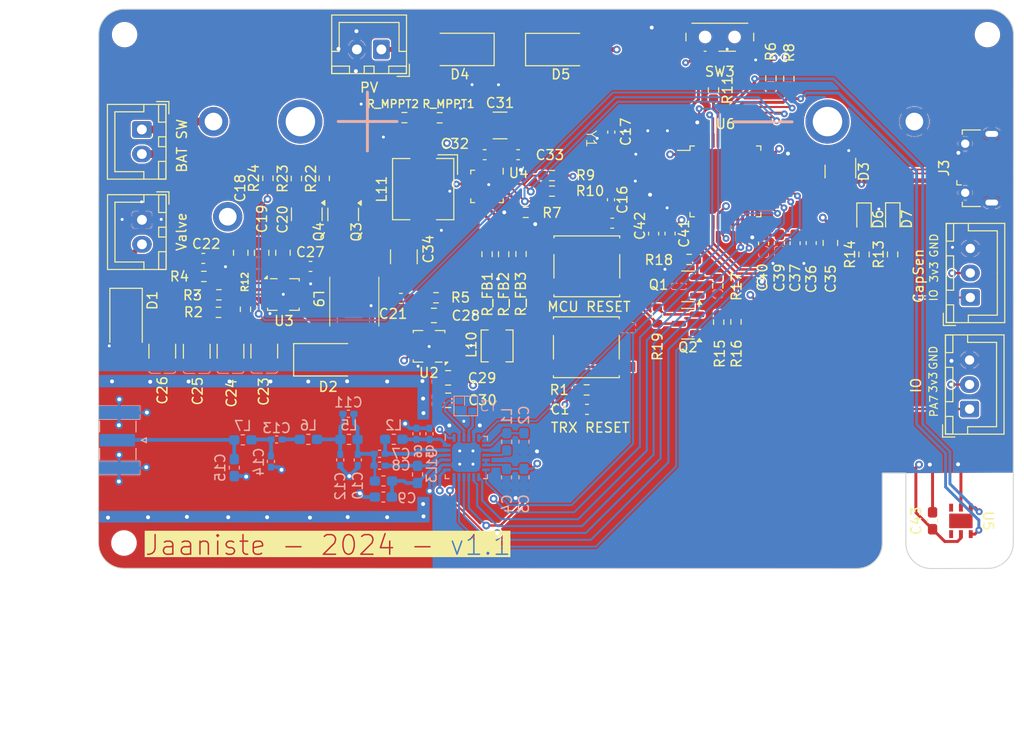
<source format=kicad_pcb>
(kicad_pcb (version 20240108) (generator "pcbnew") (generator_version "8.0")
  (layers (0 "F.Cu" signal "CTR") (1 "In1.Cu" power "PWR") (2 "In2.Cu" power "GND") (31 "B.Cu" signal "Trans") (34 "B.Paste" user) (35 "F.Paste" user) (36 "B.SilkS" user "B.Silkscreen") (37 "F.SilkS" user "F.Silkscreen") (38 "B.Mask" user) (39 "F.Mask" user) (44 "Edge.Cuts" user))
  (net 0 "")
  (net 1 "/V_BAT")
  (net 2 "GND")
  (net 3 "Net-(U1-NRESET)")
  (net 4 "Net-(U1-VREG)")
  (net 5 "+3V3")
  (net 6 "Net-(U1-VR_PA)")
  (net 7 "Net-(U1-RFO)")
  (net 8 "Net-(C10-Pad1)")
  (net 9 "/transceiver/RFI_N")
  (net 10 "/transceiver/RFI_P")
  (net 11 "Net-(C11-Pad2)")
  (net 12 "Net-(C13-Pad1)")
  (net 13 "Net-(C13-Pad2)")
  (net 14 "Net-(J1-In)")
  (net 15 "/OSC32_OUT")
  (net 16 "/OSC32_IN")
  (net 17 "Net-(U2-EN)")
  (net 18 "Net-(C22-Pad1)")
  (net 19 "Net-(D1-K)")
  (net 20 "Net-(U3-SS)")
  (net 21 "Net-(D4-K)")
  (net 22 "Net-(U4-BOOST)")
  (net 23 "Net-(U4-SW)")
  (net 24 "Net-(U4-INTV_CC)")
  (net 25 "/NRST")
  (net 26 "Net-(D2-A)")
  (net 27 "/V_BUS")
  (net 28 "Net-(D4-A)")
  (net 29 "/CAP_SEN_AN")
  (net 31 "Net-(U1-DCC_SW)")
  (net 32 "Net-(U2-L2)")
  (net 33 "Net-(U2-L1)")
  (net 34 "Net-(U4-CHGSNS)")
  (net 35 "Net-(U3-FB)")
  (net 36 "Net-(U3-COMP)")
  (net 37 "/SHT_SDA")
  (net 38 "Net-(U4-PROG)")
  (net 39 "/SHT_SCL")
  (net 40 "/BAT_FAULT")
  (net 41 "/BAT_CHRG")
  (net 42 "/SW_BOOT0")
  (net 43 "/BOOT0")
  (net 44 "/SOL_EN")
  (net 45 "Net-(U4-FB)")
  (net 46 "Net-(R_FB2-Pad2)")
  (net 47 "Net-(U4-FBG)")
  (net 48 "Net-(U4-MPPT)")
  (net 49 "Net-(U1-XTA)")
  (net 50 "Net-(U1-XTB)")
  (net 51 "/DIO3_TRANS")
  (net 52 "/DIO2_TRANS")
  (net 53 "/DIO1_TRANS")
  (net 54 "/BUSY_TRANS")
  (net 55 "/SPI2_MISO_TRANS")
  (net 56 "/SPI2_MOSI_TRANS")
  (net 57 "/SPI2_SCK_TRANS")
  (net 58 "/SPI2_NSS_TRANS")
  (net 61 "Net-(D6-A)")
  (net 62 "Net-(D7-A)")
  (net 63 "Net-(BT1-+)")
  (net 64 "/LED_1")
  (net 65 "/LED_2")
  (net 69 "Net-(Q1-D)")
  (net 70 "/BAT_DIV_CTR")
  (net 71 "/PA7")
  (net 74 "unconnected-(U6-PA8-Pad29)")
  (net 83 "/BAT_DIV")
  (net 84 "Net-(Q1-G)")
  (net 85 "Net-(Q2-D)")
  (net 86 "/USB_D+")
  (net 87 "/USB_D-")
  (net 88 "Net-(Q3-D)")
  (net 89 "Net-(Q3-G)")
  (net 90 "Net-(Q4-G)")
  (footprint "Package_TO_SOT_SMD:SOT-23" (layer "F.Cu") (at 186.53 67.16 180)
    (property "Reference" "Q2")
    (property "Value" "PMOS" (hide yes))
  )
  (footprint "Connector_JST:JST_XH_B2B-XH-A_1x02_P2.50mm_Vertical" (layer "F.Cu") (at 155.3 39.2 180)
    (property "Reference" "J4" (hide yes))
    (property "Value" "PV")
  )
  (footprint "MountingHole:MountingHole_2.2mm_M2" (layer "F.Cu") (at 129.14 37.69)
    (property "Reference" "H1" (hide yes))
    (property "Value" "MountingHole" (hide yes))
  )
  (footprint "custom:QT3CD-32.768KEZY-T" (layer "F.Cu") (at 178.72 50.95 -90)
    (property "Reference" "Y1")
    (property "Value" "QT3CD-32.768KEZY-T" (hide yes))
  )
  (footprint "Capacitor_SMD:C_0402_1005Metric_Pad0.74x0.62mm_HandSolder" (layer "F.Cu") (at 178.69 54.52 -90)
    (property "Reference" "C16")
    (property "Value" "4pF" (hide yes))
  )
  (footprint "Capacitor_SMD:C_1210_3225Metric_Pad1.33x2.70mm_HandSolder" (layer "F.Cu") (at 132.98 69.96 -90)
    (property "Reference" "C26")
    (property "Value" "10uF 50V" (hide yes))
  )
  (footprint "Capacitor_SMD:C_0603_1608Metric_Pad1.08x0.95mm_HandSolder" (layer "F.Cu") (at 199.08625 58.93625 -90)
    (property "Reference" "C36")
    (property "Value" "100nF" (hide yes))
  )
  (footprint "Diode_SMD:D_SMA" (layer "F.Cu") (at 173.5 39.21)
    (property "Reference" "D5")
    (property "Value" "B230A-13-F")
  )
  (footprint "Resistor_SMD:R_0603_1608Metric" (layer "F.Cu") (at 186.65 60.61)
    (property "Reference" "R18")
    (property "Value" "100R" (hide yes))
  )
  (footprint "Resistor_SMD:R_0603_1608Metric" (layer "F.Cu") (at 143.74 52.33 90)
    (property "Reference" "R24")
    (property "Value" "100R" (hide yes))
  )
  (footprint "Capacitor_SMD:C_0805_2012Metric_Pad1.18x1.45mm_HandSolder" (layer "F.Cu") (at 162.1 72.68 180)
    (property "Reference" "C29")
    (property "Value" "10uF" (hide yes))
  )
  (footprint "Capacitor_SMD:C_0603_1608Metric_Pad1.08x0.95mm_HandSolder" (layer "F.Cu") (at 148.08 61.32)
    (property "Reference" "C27")
    (property "Value" "100nF" (hide yes))
  )
  (footprint "Capacitor_SMD:C_0805_2012Metric_Pad1.18x1.45mm_HandSolder" (layer "F.Cu") (at 145.27375 59.92625 -90)
    (property "Reference" "C20")
    (property "Value" "1uF" (hide yes))
  )
  (footprint "Capacitor_SMD:C_0603_1608Metric_Pad1.08x0.95mm_HandSolder" (layer "F.Cu") (at 176.25 75.89)
    (property "Reference" "C1")
    (property "Value" "100nF" (hide yes))
  )
  (footprint "Inductor_SMD:L_TDK_SLF6025" (layer "F.Cu") (at 159.5575 53.44 -90)
    (property "Reference" "L11")
    (property "Value" " 47 uH" (hide yes))
  )
  (footprint "custom:LTC4121EUD#PBF" (layer "F.Cu") (at 166.05625 53.16375 -90)
    (property "Reference" "U4")
    (property "Value" "LTC4121" (hide yes))
  )
  (footprint "custom:Texas_DRC0010J" (layer "F.Cu") (at 160.15625 69.46375 180)
    (property "Reference" "U2")
    (property "Value" "TPS63001")
  )
  (footprint "Capacitor_SMD:C_0603_1608Metric_Pad1.08x0.95mm_HandSolder" (layer "F.Cu") (at 183.03625 57.97625 -90)
    (property "Reference" "C42")
    (property "Value" "1uF" (hide yes))
  )
  (footprint "Resistor_SMD:R_0603_1608Metric" (layer "F.Cu") (at 183.4175 66.33 90)
    (property "Reference" "R19")
    (property "Value" "10k" (hide yes))
  )
  (footprint "Package_TO_SOT_SMD:SOT-23" (layer "F.Cu") (at 151.41 56.02 -90)
    (property "Reference" "Q3")
    (property "Value" "PMOS" (hide yes))
  )
  (footprint "MountingHole:MountingHole_2.2mm_M2" (layer "F.Cu") (at 217.04 37.69)
    (property "Reference" "H2" (hide yes))
    (property "Value" "MountingHole" (hide yes))
  )
  (footprint "Button_Switch_SMD:SW_SPST_EVQQ2" (layer "F.Cu") (at 176.23 61.31 180)
    (property "Reference" "SW2" (hide yes))
    (property "Value" "SW_Push" (hide yes))
  )
  (footprint "Capacitor_SMD:C_0603_1608Metric_Pad1.08x0.95mm_HandSolder" (layer "F.Cu") (at 178.82 56.91 180)
    (property "Reference" "C38" (hide yes))
    (property "Value" "100nF" (hide yes))
  )
  (footprint "LED_SMD:LED_0603_1608Metric_Pad1.05x0.95mm_HandSolder" (layer "F.Cu") (at 204.47 56.51 -90)
    (property "Reference" "D6")
    (property "Value" "LED" (hide yes))
  )
  (footprint "Resistor_SMD:R_0603_1608Metric_Pad0.98x0.95mm_HandSolder" (layer "F.Cu") (at 172.68 52.06 180)
    (property "Reference" "R9")
    (property "Value" "10k" (hide yes))
  )
  (footprint "Capacitor_SMD:C_0603_1608Metric_Pad1.08x0.95mm_HandSolder" (layer "F.Cu") (at 165.82 49.93 180)
    (property "Reference" "C32")
    (property "Value" "22nF" (hide yes))
  )
  (footprint "Capacitor_SMD:C_1210_3225Metric_Pad1.33x2.70mm_HandSolder" (layer "F.Cu") (at 136.49 69.97 -90)
    (property "Reference" "C25")
    (property "Value" "10uF 50V" (hide yes))
  )
  (footprint "custom:SHT20" (layer "F.Cu") (at 214.34 87.26 180)
    (property "Reference" "U5")
    (property "Value" "SHT20")
  )
  (footprint "Capacitor_SMD:C_1210_3225Metric_Pad1.33x2.70mm_HandSolder" (layer "F.Cu") (at 157.59 60.34 90)
    (property "Reference" "C34")
    (property "Value" "22uF" (hide yes))
  )
  (footprint "Diode_SMD:D_SMA" (layer "F.Cu") (at 163.2775 39.2 180)
    (property "Reference" "D4")
    (property "Value" "B230A-13-F")
  )
  (footprint "Resistor_SMD:R_0603_1608Metric_Pad0.98x0.95mm_HandSolder" (layer "F.Cu") (at 172.68 53.64 180)
    (property "Reference" "R10")
    (property "Value" "10k" (hide yes))
  )
  (footprint "MountingHole:MountingHole_2.2mm_M2" (layer "F.Cu") (at 129.07625 89.51375)
    (property "Reference" "H4" (hide yes))
    (property "Value" "MountingHole" (hide yes))
  )
  (footprint "Inductor_SMD:L_Vishay_IHLP-1212" (layer "F.Cu") (at 167.08625 69.42375 90)
    (property "Reference" "L10")
    (property "Value" "2.2uH" (hide yes))
  )
  (footprint "Diode_SMD:D_SMA" (layer "F.Cu") (at 149.87 70.84)
    (property "Reference" "D2")
    (property "Value" "B230A-13-F" (hide yes))
  )
  (footprint "Resistor_SMD:R_0603_1608Metric_Pad0.98x0.95mm_HandSolder" (layer "F.Cu") (at 194.9825 42.15 -90)
    (property "Reference" "R6")
    (property "Value" "10k")
  )
  (footprint "Capacitor_SMD:C_0603_1608Metric_Pad1.08x0.95mm_HandSolder" (layer "F.Cu") (at 197.44625 58.95625 -90)
    (property "Reference" "C37")
    (property "Value" "100nF" (hide yes))
  )
  (footprint "Resistor_SMD:R_0603_1608Metric_Pad0.98x0.95mm_HandSolder" (layer "F.Cu") (at 161.235 46.17 180)
    (property "Reference" "R_MPPT1")
    (property "Value" "674k" (hide yes))
  )
  (footprint "Package_TO_SOT_SMD:SOT-23" (layer "F.Cu") (at 186.545 63.35 180)
    (property "Reference" "Q1")
    (property "Value" "NMOS" (hide yes))
  )
  (footprint "Package_QFP:LQFP-48_7x7mm_P0.5mm" (layer "F.Cu") (at 190.35 52.65)
    (property "Reference" "U6")
    (property "Value" "STM32L072C8Tx" (hide yes))
  )
  (footprint "custom:Texas_DRC0010J" (layer "F.Cu") (at 145.31625 64.18375)
    (property "Reference" "U3")
    (property "Value" "TPS61087" (hide yes))
  )
  (footprint "Resistor_SMD:R_0603_1608Metric_Pad0.98x0.95mm_HandSolder" (layer "F.Cu") (at 196.8125 42.18 -90)
    (property "Reference" "R8")
    (property "Value" "10k")
  )
  (footprint "Resistor_SMD:R_0603_1608Metric_Pad0.98x0.95mm_HandSolder" (layer "F.Cu") (at 167.75625 60.07375 -90)
    (property "Reference" "R_FB2")
    (property "Value" "1000k" (hide yes))
  )
  (footprint "Capacitor_SMD:C_0603_1608Metric_Pad1.08x0.95mm_HandSolder" (layer "F.Cu") (at 137.155 60.5)
    (property "Reference" "C22")
    (property "Value" "1.2nF" (hide yes))
  )
  (footprint "LED_SMD:LED_0603_1608Metric_Pad1.05x0.95mm_HandSolder" (layer "F.Cu") (at 207.4 56.4975 -90)
    (property "Reference" "D7")
    (property "Value" "LED" (hide yes))
  )
  (footprint "Resistor_SMD:R_0603_1608Metric_Pad0.98x0.95mm_HandSolder" (layer "F.Cu") (at 204.47 60.1 90)
    (property "Reference" "R14")
    (property "Value" "1k" (hide yes))
  )
  (footprint "Resistor_SMD:R_0603_1608Metric_Pad0.98x0.95mm_HandSolder" (layer "F.Cu") (at 170.01 55.81)
    (property "Reference" "R7")
    (property "Value" "3.01k 1%" (hide yes))
  )
  (footprint "Capacitor_SMD:C_0603_1608Metric_Pad1.08x0.95mm_HandSolder" (layer "F.Cu") (at 211.45 87.25 -90)
    (property "Reference" "C43")
    (property "Value" "100nF" (hide yes))
  )
  (footprint "Connector_JST:JST_XH_B2B-XH-A_1x02_P2.50mm_Vertical" (layer "F.Cu") (at 130.91 56.57 -90)
    (property "Reference" "J5" (hide yes))
    (property "Value" "Valve")
  )
  (footprint "Capacitor_SMD:C_0805_2012Metric_Pad1.18x1.45mm_HandSolder" (layer "F.Cu") (at 162.11 74.97 180)
    (property "Reference" "C30")
    (property "Value" "10uF" (hide yes))
  )
  (footprint "Diode_SMD:D_SMA" (layer "F.Cu") (at 129.29 67.06 -90)
    (property "Reference" "D1")
    (property "Value" "B230A-13-F" (hide yes))
  )
  (footprint "Connector_JST:JST_XH_B2B-XH-A_1x02_P2.50mm_Vertical" (layer "F.Cu") (at 130.9 47.36 -90)
    (property "Reference" "J6" (hide yes))
    (property "Value" "BAT SW")
  )
  (footprint "Resistor_SMD:R_0603_1608Metric_Pad0.98x0.95mm_HandSolder" (layer "F.Cu") (at 207.38 60.095 90)
    (property "Reference" "R13")
    (property "Value" "1k" (hide yes))
  )
  (footprint "Capacitor_SMD:C_0603_1608Metric_Pad1.08x0.95mm_HandSolder" (layer "F.Cu") (at 194.23625 58.98525 -90)
    (property "Reference" "C40")
    (property "Value" "100nF" (hide yes))
  )
  (footprint "Capacitor_SMD:C_0805_2012Metric_Pad1.18x1.45mm_HandSolder" (layer "F.Cu") (at 140.97 59.93 -90)
    (property "Reference" "C18")
    (property "Value" "10uF" (hide yes))
  )
  (footprint "Resistor_SMD:R_0603_1608Metric" (layer "F.Cu") (at 160.86625 64.51375 180)
    (property "Reference" "R5")
    (property "Value" "100" (hide yes))
  )
  (footprint "Connector_USB:USB_Micro-B_Molex-105017-0001" (layer "F.Cu") (at 216.24 51.31 90)
    (property "Reference" "J3")
    (property "Value" "USB_B_Micro" (hide yes))
  )
  (footprint "Package_TO_SOT_SMD:SOT-23" (layer "F.Cu") (at 147.7 56 -90)
    (property "Reference" "Q4")
    (property "Value" "NMOS" (hide yes))
  )
  (footprint "Connector_JST:JST_XH_B3B-XH-A_1x03_P2.50mm_Vertical" (layer "F.Cu") (at 215.22 75.86 90)
    (property "Reference" "J8" (hide yes))
    (property "Value" "IO")
  )
  (footprint "Capacitor_SMD:C_0603_1608Metric_Pad1.08x0.95mm_HandSolder" (layer "F.Cu") (at 195.84625 58.95625 -90)
    (property "Reference" "C39")
    (property "Value" "100nF" (hide yes))
  )
  (footprint "Resistor_SMD:R_0603_1608Metric_Pad0.98x0.95mm_HandSolder" (layer "F.Cu") (at 176.21 73.91)
    (property "Reference" "R1")
    (property "Value" "1k" (hide yes))
  )
  (footprint "Capacitor_SMD:C_0805_2012Metric_Pad1.18x1.45mm_HandSolder" (layer "F.Cu") (at 143.1 59.93 -90)
    (property "Reference" "C19")
    (property "Value" "10uF" (hide yes))
  )
  (footprint "Resistor_SMD:R_0603_1608Metric" (layer "F.Cu") (at 137.215 62.34 180)
    (property "Reference" "R4")
    (property "Value" "68k" (hide yes))
  )
  (footprint "Capacitor_SMD:C_0805_2012Metric_Pad1.18x1.45mm_HandSolder" (layer "F.Cu") (at 201.04 58.92625 -90)
    (property "Reference" "C35")
    (property "Value" "10uF" (hide yes))
  )
  (footprint "Button_Switch_SMD:SW_SPDT_PCM12" (layer "F.Cu") (at 189.78 38.26 180)
    (property "Reference" "SW3")
    (property "Value" "SW_SPDT" (hide yes))
  )
  (footprint "Resistor_SMD:R_0603_1608Metric" (layer "F.Cu") (at 149.48 52.34 -90)
    (property "Reference" "R22")
    (property "Value" "10k" (hide yes))
  )
  (footprint "Resistor_SMD:R_0603_1608Metric_Pad0.98x0.95mm_HandSolder" (layer "F.Cu") (at 169.52625 60.05375 90)
    (property "Reference" "R_FB3")
    (property "Value" "330k" (hide yes))
  )
  (footprint "Capacitor_SMD:C_0603_1608Metric_Pad1.08x0.95mm_HandSolder" (layer "F.Cu") (at 184.70625 57.96875 -90)
    (property "Reference" "C41")
    (property "Value" "100nF" (hide yes))
  )
  (footprint "Capacitor_SMD:C_0805_2012Metric_Pad1.18x1.45mm_HandSolder" (layer "F.Cu") (at 160.65 66.32 180)
    (property "Reference" "C28")
    (property "Value" "10uF" (hide yes))
  )
  (footprint "Resistor_SMD:R_0603_1608Metric" (layer "F.Cu") (at 138.74375 64.21375 180)
    (property "Reference" "R3")
    (property "Value" "18k" (hide yes))
  )
  (footprint "Capacitor_SMD:C_0603_1608Metric_Pad1.08x0.95mm_HandSolder" (layer "F.Cu") (at 169.23 49.93)
    (property "Reference" "C33")
    (property "Value" "2.2uF" (hide yes))
  )
  (footprint "Resistor_SMD:R_0603_1608Metric" (layer "F.Cu") (at 189.57 63.3 90)
    (property "Reference" "R17")
    (property "Value" "10k" (hide yes))
  )
  (footprint "Resistor_SMD:R_0603_1608Metric_Pad0.98x0.95mm_HandSolder" (layer "F.Cu") (at 157.645 46.15 180)
    (property "Reference" "R_MPPT2")
    (property "Value" "100k" (hide yes))
  )
  (footprint "Capacitor_SMD:C_0402_1005Metric_Pad0.74x0.62mm_HandSolder" (layer "F.Cu") (at 178.72 47.63 90)
    (property "Reference" "C17")
    (property "Value" "4pF" (hide yes))
  )
  (footprint "Button_Switch_SMD:SW_SPST_EVQQ2" (layer "F.Cu") (at 176.18 69.56 180)
    (property "Reference" "SW4" (hide yes))
    (property "Value" "SW_Push" (hide yes))
  )
  (footprint "Resistor_SMD:R_0603_1608Metric" (layer "F.Cu") (at 138.70375 66.00375)
    (property "Reference" "R2")
    (property "Value" "156k" (hide yes))
  )
  (footprint "Package_TO_SOT_SMD:SOT-143" (layer "F.Cu") (at 202.06 51.64 -90)
    (property "Reference" "D3")
    (property "Value" "PRTR5V0U2X" (hide yes))
  )
  (footprint "Capacitor_SMD:C_1210_3225Metric_Pad1.33x2.70mm_HandSolder" (layer "F.Cu") (at 143.37 69.95 -90)
    (property "Reference" "C23")
    (property "Value" "10uF 50V" (hide yes))
  )
  (footprint "custom:DR73" (layer "F.Cu") (at 152.45 64.82 -90)
    (property "Reference" "L9")
    (property "Value" "6.8uH" (hide yes))
  )
  (footprint "Resistor_SMD:R_0603_1608Metric" (layer "F.Cu") (at 189.66 67 90)
    (property "Reference" "R15")
    (property "Value" "3k3" (hide yes))
  )
  (footprint "Resistor_SMD:R_0603_1608Metric_Pad0.98x0.95mm_HandSolder" (layer "F.Cu") (at 166.06625 60.07375 90)
    (property "Reference" "R_FB1")
    (property "Value" "1000k" (hide yes))
  )
  (footprint "Resistor_SMD:R_0603_1608Metric" (layer "F.Cu") (at 191.42 66.9725 -90)
    (property "Reference" "R16")
    (property "Value" "4k7" (hide yes))
  )
  (footprint "Capacitor_SMD:C_1210_3225Metric_Pad1.33x2.70mm_HandSolder" (layer "F.Cu") (at 167.39 46.95)
    (property "Reference" "C31")
    (property "Value" "10uF 50V" (hide yes))
  )
  (footprint "Resistor_SMD:R_0603_1608Metric" (layer "F.Cu") (at 189.1325 43.345 -90)
    (property "Reference" "R11")
    (property "Value" "10k")
  )
  (footprint "Capacitor_SMD:C_1210_3225Metric_Pad1.33x2.70mm_HandSolder" (layer "F.Cu") (at 139.93 69.96 -90)
    (property "Reference" "C24")
    (property "Value" "10uF 50V" (hide yes))
  )
  (footprint "Connector_JST:JST_XH_B3B-XH-A_1x03_P2.50mm_Vertical" (layer "F.Cu") (at 215.295 64.49 90)
    (property "Reference" "J2" (hide yes))
    (property "Value" "CapSen")
  )
  (footprint "Capacitor_SMD:C_0603_1608Metric_Pad1.08x0.95mm_HandSolder" (layer "F.Cu") (at 157.29 64.58 180)
    (property "Reference" "C21")
    (property "Value" "100nF" (hide yes))
  )
  (footprint "Resistor_SMD:R_0603_1608Metric" (layer "F.Cu") (at 146.64 52.35 -90)
    (property "Reference" "R23")
    (property "Value" "10k" (hide yes))
  )
  (footprint "Resistor_SMD:R_0603_1608Metric" (layer "F.Cu") (at 141.45375 65.68875 -90)
    (property "Reference" "R12")
    (property "Value" "10k" (hide yes))
  )
  (footprint "Inductor_SMD:L_0603_1608Metric_Pad1.05x0.95mm_HandSolder" (layer "B.Cu") (at 155.51 83.19 180)
    (property "Reference" "L4" (hide yes))
    (property "Value" "DNP" (hide yes))
  )
  (footprint "Capacitor_SMD:C_0603_1608Metric_Pad1.08x0.95mm_HandSolder" (layer "B.Cu") (at 155.5 84.83 180)
    (property "Reference" "C9")
    (property "Value" "3.9pF" (hide yes))
  )
  (footprint "Inductor_SMD:L_0603_1608Metric_Pad1.05x0.95mm_HandSolder" (layer "B.Cu") (at 156.56625 78.94125 180)
    (property "Reference" "L2")
    (property "Value" "4.7nH" (hide yes))
  )
  (footprint "Inductor_SMD:L_0603_1608Metric_Pad1.05x0.95mm_HandSolder" (layer "B.Cu") (at 141.18625 79.00125 180)
    (property "Reference" "L7")
    (property "Value" "8.2nH" (hide yes))
  )
  (footprint "Inductor_SMD:L_0603_1608Metric_Pad1.05x0.95mm_HandSolder" (layer "B.Cu") (at 147.86625 78.95125 180)
    (property "Reference" "L6")
    (property "Value" "2.7nH" (hide yes))
  )
  (footprint "Capacitor_SMD:C_0603_1608Metric_Pad1.08x0.95mm_HandSolder" (layer "B.Cu") (at 169.82625 82.82375 90)
    (property "Reference" "C3")
    (property "Value" "100nF" (hide yes))
  )
  (footprint "Capacitor_SMD:C_0402_1005Metric_Pad0.74x0.62mm_HandSolder" (layer "B.Cu") (at 158.87625 78.38125 90)
    (property "Reference" "C6")
    (property "Value" "47pF" (hide yes))
  )
  (footprint "Capacitor_SMD:C_0402_1005Metric_Pad0.74x0.62mm_HandSolder" (layer "B.Cu") (at 152.89625 81.04125 -90)
    (property "Reference" "C10")
    (property "Value" "DNP" (hide yes))
  )
  (footprint "Inductor_SMD:L_0603_1608Metric_Pad1.05x0.95mm_HandSolder" (layer "B.Cu") (at 158.98625 82.52375 90)
    (property "Reference" "L3")
    (property "Value" "9.5nH" (hide yes))
  )
  (footprint "Inductor_SMD:L_0603_1608Metric_Pad1.05x0.95mm_HandSolder" (layer "B.Cu") (at 151.99625 78.95125 180)
    (property "Reference" "L5")
    (property "Value" "2.7nH" (hide yes))
  )
  (footprint "custom:BHC-18650-1P" (layer "B.Cu") (at 173.89625 46.55375 180)
    (property "Reference" "BT1" (hide yes))
    (property "Value" "18650" (hide yes))
  )
  (footprint "Capacitor_SMD:C_0603_1608Metric_Pad1.08x0.95mm_HandSolder" (layer "B.Cu") (at 168.04625 82.82375 90)
    (property "Reference" "C4")
    (property "Value" "1uF" (hide yes))
  )
  (footprint "Capacitor_SMD:C_0402_1005Metric_Pad0.74x0.62mm_HandSolder" (layer "B.Cu") (at 151.93625 76.34125 180)
    (property "Reference" "C11")
    (property "Value" "3pF" (hide yes))
  )
  (footprint "Capacitor_SMD:C_0402_1005Metric_Pad0.74x0.62mm_HandSolder" (layer "B.Cu") (at 155.11625 80.42125 180)
    (property "Reference" "C7")
    (property "Value" "47pF" (hide yes))
  )
  (footprint "Capacitor_SMD:C_0402_1005Metric_Pad0.74x0.62mm_HandSolder" (layer "B.Cu") (at 144.62625 78.96125 180)
    (property "Reference" "C13")
    (property "Value" "47pF" (hide yes))
  )
  (footprint "custom:SX1262" (layer "B.Cu") (at 163.95625 80.80375 -90)
    (property "Reference" "U1")
    (property "Value" "SX1262")
  )
  (footprint "Inductor_SMD:L_0603_1608Metric_Pad1.05x0.95mm_HandSolder" (layer "B.Cu") (at 168.06625 79.20375 -90)
    (property "Reference" "L1")
    (property "Value" "15nH" (hide yes))
  )
  (footprint "Connector_Coaxial:SMA_Samtec_SMA-J-P-X-ST-EM1_EdgeMount" (layer "B.Cu") (at 128.5925 79.04 90)
    (property "Reference" "J1" (hide yes))
    (property "Value" "PCB.SMAFRA.HT" (hide yes))
  )
  (footprint "Capacitor_SMD:C_0603_1608Metric_Pad1.08x0.95mm_HandSolder" (layer "B.Cu") (at 169.82625 79.18625 -90)
    (property "Reference" "C2")
    (property "Value" "470nF" (hide yes))
  )
  (footprint "Capacitor_SMD:C_0402_1005Metric_Pad0.74x0.62mm_HandSolder" (layer "B.Cu") (at 144.04625 81.20125 -90)
    (property "Reference" "C14")
    (property "Value" "5.6pF" (hide yes))
  )
  (footprint "Capacitor_SMD:C_0402_1005Metric_Pad0.74x0.62mm_HandSolder" (layer "B.Cu") (at 160.19625 78.38125 90)
    (property "Reference" "C5")
    (property "Value" "47nF" (hide yes))
  )
  (footprint "custom:NX2016SA-32M-EXS00A-CS06465" (layer "B.Cu") (at 163.89625 75.54375 180)
    (property "Reference" "Y3")
    (property "Value" "NX2016SA-32M-EXS00A-CS06465" (hide yes))
  )
  (footprint "Capacitor_SMD:C_0603_1608Metric_Pad1.08x0.95mm_HandSolder" (layer "B.Cu") (at 140.31625 81.83125 -90)
    (property "Reference" "C15")
    (property "Value" "3.3pF" (hide yes))
  )
  (footprint "Capacitor_SMD:C_0402_1005Metric_Pad0.74x0.62mm_HandSolder" (layer "B.Cu") (at 151.10625 81.04125 -90)
    (property "Reference" "C12")
    (property "Value" "5.6pF" (hide yes))
  )
  (footprint "Capacitor_SMD:C_0402_1005Metric_Pad0.74x0.62mm_HandSolder" (layer "B.Cu") (at 155.11625 81.63125 180)
    (property "Reference" "C8")
    (property "Value" "4pF" (hide yes))
  )
  (gr_arc (start 211.33 92.12) (mid 209.491508 91.358492) (end 208.73 89.52) (stroke (width 0.1)) (layer "Edge.Cuts"))
  (gr_line (start 219.698478 37.69) (end 219.67625 89.50375) (stroke (width 0.1)) (layer "Edge.Cuts"))
  (gr_line (start 206.33 82.39) (end 208.73 82.39) (stroke (width 0.1)) (layer "Edge.Cuts"))
  (gr_line (start 206.33 89.52) (end 206.33 82.39) (stroke (width 0.1)) (layer "Edge.Cuts"))
  (gr_line (start 208.73 82.39) (end 208.73 89.52) (stroke (width 0.1)) (layer "Edge.Cuts"))
  (gr_line (start 203.73 92.12) (end 129.07625 92.10375) (stroke (width 0.1)) (layer "Edge.Cuts"))
  (gr_arc (start 126.498478 37.69) (mid 127.259986 35.851508) (end 129.098478 35.09) (stroke (width 0.1)) (layer "Edge.Cuts"))
  (gr_arc (start 129.07625 92.10375) (mid 127.237772 91.342228) (end 126.47625 89.50375) (stroke (width 0.1)) (layer "Edge.Cuts"))
  (gr_line (start 129.098478 35.09) (end 217.098478 35.09) (stroke (width 0.1)) (layer "Edge.Cuts"))
  (gr_arc (start 217.098478 35.09) (mid 218.93697 35.851508) (end 219.698478 37.69) (stroke (width 0.1)) (layer "Edge.Cuts"))
  (gr_arc (start 219.67625 89.50375) (mid 218.914728 91.342228) (end 217.07625 92.10375) (stroke (width 0.1)) (layer "Edge.Cuts"))
  (gr_line (start 211.33 92.12) (end 217.07625 92.10375) (stroke (width 0.1)) (layer "Edge.Cuts"))
  (gr_arc (start 206.33 89.52) (mid 205.568492 91.358492) (end 203.73 92.12) (stroke (width 0.1)) (layer "Edge.Cuts"))
  (gr_line (start 126.47625 89.50375) (end 126.498478 37.69) (stroke (width 0.1)) (layer "Edge.Cuts"))
  (gr_text "TRX RESET" (at 172.47 78.34 0) (layer "F.SilkS") (effects (font (size 1 1)) (justify left bottom)))
  (gr_text "3v3" (at 211.98 74.28 90) (layer "F.SilkS") (effects (font (size 0.8 0.8) (thickness 0.12) (bold yes)) (justify left bottom)))
  (gr_text "MCU RESET" (at 172.11 66.02 0) (layer "F.SilkS") (effects (font (size 1 1)) (justify left bottom)))
  (gr_text "GND" (at 212.07 60.49 90) (layer "F.SilkS") (effects (font (size 0.8 0.8) (thickness 0.12) (bold yes)) (justify left bottom)))
  (gr_text "3v3" (at 212.07 63.03 90) (layer "F.SilkS") (effects (font (size 0.8 0.8) (thickness 0.12) (bold yes)) (justify left bottom)))
  (gr_text "GND" (at 212 71.93 90) (layer "F.SilkS") (effects (font (size 0.8 0.8) (thickness 0.12) (bold yes)) (justify left bottom)))
  (gr_text "PA7" (at 212.06 76.76 90) (layer "F.SilkS") (effects (font (size 0.8 0.8) (thickness 0.12) (bold yes)) (justify left bottom)))
  (gr_text "IO" (at 212.03 64.95 90) (layer "F.SilkS") (effects (font (size 0.8 0.8) (thickness 0.12) (bold yes)) (justify left bottom)))
  (gr_text "Jaaniste - 2024 - v1.1" (at 131.1 90.91 0) (layer "F.SilkS" knockout) (effects (font (size 2 2)) (justify left bottom)))
  (segment (start 181.6525 65.39) (end 183.4175 67.155) (width 0.25) (layer "F.Cu") (net 1))
  (segment (start 157.59 59.98) (end 157.59 61.9025) (width 0.8) (layer "F.Cu") (net 1))
  (segment (start 168.92 65.39) (end 181.6525 65.39) (width 0.25) (layer "F.Cu") (net 1))
  (segment (start 148.975 51.515) (end 149.48 51.515) (width 0.25) (layer "F.Cu") (net 1))
  (segment (start 154.63 58.454156) (end 156.155844 59.98) (width 0.8) (layer "F.Cu") (net 1))
  (segment (start 161.66625 66.34125) (end 161.6875 66.32) (width 0.25) (layer "F.Cu") (net 1))
  (segment (start 147.32 49.86) (end 150.29 49.86) (width 0.8) (layer "F.Cu") (net 1))
  (segment (start 157.5075 61.82) (end 157.59 61.9025) (width 0.25) (layer "F.Cu") (net 1))
  (segment (start 166.06625 62.53625) (end 168.92 65.39) (width 0.25) (layer "F.Cu") (net 1))
  (segment (start 147.32 49.86) (end 148.975 51.515) (width 0.25) (layer "F.Cu") (net 1))
  (segment (start 161.66625 68.46375) (end 161.66625 66.34125) (width 0.25) (layer "F.Cu") (net 1))
  (segment (start 156.155844 59.98) (end 157.59 59.98) (width 0.8) (layer "F.Cu") (net 1))
  (segment (start 151.41 51.35) (end 151.41 56.9575) (width 0.6) (layer "F.Cu") (net 1))
  (segment (start 185.5875 67.155) (end 185.5925 67.16) (width 0.25) (layer "F.Cu") (net 1))
  (segment (start 154.63 54.2) (end 154.63 58.454156) (width 0.8) (layer "F.Cu") (net 1))
  (segment (start 166.06625 60.98625) (end 166.06625 62.53625) (width 0.25) (layer "F.Cu") (net 1))
  (segment (start 150.29 49.86) (end 154.63 54.2) (width 0.8) (layer "F.Cu") (net 1))
  (segment (start 130.9 49.86) (end 147.32 49.86) (width 0.8) (layer "F.Cu") (net 1))
  (segment (start 183.4175 67.155) (end 185.5875 67.155) (width 0.25) (layer "F.Cu") (net 1))
  (segment (start 161.55625 69.46375) (end 160.73125 69.46375) (width 0.3) (layer "F.Cu") (net 2))
  (segment (start 148.09375 63.09375) (end 147.50375 63.68375) (width 0.3) (layer "F.Cu") (net 2))
  (segment (start 145.78625 63.68375) (end 145.30625 64.16375) (width 0.25) (layer "F.Cu") (net 2))
  (segment (start 214.34 81.78) (end 214.34 85.91) (width 0.3) (layer "F.Cu") (net 2))
  (segment (start 196.1325 50.4) (end 196.71625 49.81625) (width 0.25) (layer "F.Cu") (net 2))
  (segment (start 145.26125 60.77625) (end 145.27375 60.78875) (width 0.5) (layer "F.Cu") (net 2))
  (segment (start 188.1 47.73381) (end 187.4825 47.11631) (width 0.3) (layer "F.Cu") (net 2))
  (segment (start 164.60625 53.41375) (end 163.325992 53.41375) (width 0.25) (layer "F.Cu") (net 2))
  (segment (start 165.30625 52.41375) (end 165.40375 52.51125) (width 0.3) (layer "F.Cu") (net 2))
  (segment (start 194.5125 50.4) (end 196.1325 50.4) (width 0.25) (layer "F.Cu") (net 2))
  (segment (start 165.44375 53.41375) (end 165.5125 53.345) (width 0.25) (layer "F.Cu") (net 2))
  (segment (start 166.80625 54.61375) (end 166.80625 54.79625) (width 0.25) (layer "F.Cu") (net 2))
  (segment (start 214.05 81.49) (end 214.34 81.78) (width 0.3) (layer "F.Cu") (net 2))
  (segment (start 143.94625 65.21375) (end 143.91625 65.18375) (width 0.3) (layer "F.Cu") (net 2))
  (segment (start 215.22 70.86) (end 213.47 70.86) (width 0.25) (layer "F.Cu") (net 2))
  (segment (start 163.325992 53.41375) (end 163.089742 53.65) (width 0.25) (layer "F.Cu") (net 2))
  (segment (start 141.68375 60.77625) (end 145.26125 60.77625) (width 0.5) (layer "F.Cu") (net 2))
  (segment (start 164.60625 53.41375) (end 165.44375 53.41375) (width 0.25) (layer "F.Cu") (net 2))
  (segment (start 143.94625 66.12375) (end 143.94625 65.21375) (width 0.3) (layer "F.Cu") (net 2))
  (segment (start 146.82625 63.68375) (end 145.78625 63.68375) (width 0.25) (layer "F.Cu") (net 2))
  (segment (start 166.80625 54.79625) (end 167.82 55.81) (width 0.25) (layer "F.Cu") (net 2))
  (segment (start 161.66625 69.46375) (end 164.36625 69.46375) (width 0.25) (layer "F.Cu") (net 2))
  (segment (start 160.15625 69.46375) (end 159.65625 69.96375) (width 0.25) (layer "F.Cu") (net 2))
  (segment (start 192.6 57.87) (end 192.6 56.8125) (width 0.3) (layer "F.Cu") (net 2))
  (segment (start 211.17 81.52) (end 211.45 81.8) (width 0.3) (layer "F.Cu") (net 2))
  (segment (start 161.66625 69.46375) (end 161.55625 69.46375) (width 0.25) (layer "F.Cu") (net 2))
  (segment (start 187.4825 47.11631) (end 187.4825 46.64) (width 0.3) (layer "F.Cu") (net 2))
  (segment (start 159.65625 69.96375) (end 158.75625 69.96375) (width 0.25) (layer "F.Cu") (net 2))
  (segment (start 213.47 70.86) (end 213.38 70.95) (width 0.25) (layer "F.Cu") (net 2))
  (segment (start 147.50375 63.68375) (end 146.71625 63.68375) (width 0.3) (layer "F.Cu") (net 2))
  (segment (start 163.089742 53.65) (end 162.27 53.65) (width 0.25) (layer "F.Cu") (net 2))
  (segment (start 144.81625 64.68375) (end 145.31625 64.18375) (width 0.3) (layer "F.Cu") (net 2))
  (segment (start 211.45 81.8) (end 211.45 86.3875) (width 0.3) (layer "F.Cu") (net 2))
  (segment (start 182.67 54.01) (end 183.28 53.4) (width 0.3) (layer "F.Cu") (net 2))
  (segment (start 164.60625 52.41375) (end 165.30625 52.41375) (width 0.3) (layer "F.Cu") (net 2))
  (segment (start 143.91625 64.68375) (end 144.81625 64.68375) (width 0.3) (layer "F.Cu") (net 2))
  (segment (start 188.1 48.4875) (end 188.1 47.73381) (width 0.3) (layer "F.Cu") (net 2))
  (segment (start 164.36625 69.46375) (end 164.44 69.39) (width 0.25) (layer "F.Cu") (net 2))
  (segment (start 143.91625 65.18375) (end 143.91625 64.68375) (width 0.3) (layer "F.Cu") (net 2))
  (segment (start 183.28 53.4) (end 186.1875 53.4) (width 0.3) (layer "F.Cu") (net 2))
  (segment (start 193.08625 58.35625) (end 192.6 57.87) (width 0.3) (layer "F.Cu") (net 2))
  (via (at 155.50625 48.13375) (size 0.7) (drill 0.3) (layers "F.Cu" "B.Cu") (net 2))
  (via (at 144 73.05) (size 0.8) (drill 0.4) (layers "F.Cu" "B.Cu") (net 2))
  (via (at 148.09375 63.09375) (size 0.7) (drill 0.3) (layers "F.Cu" "B.Cu") (net 2))
  (via (at 128.56 77.51) (size 0.8) (drill 0.4) (layers "F.Cu" "B.Cu") (net 2))
  (via (at 152.76 37.34) (size 0.8) (drill 0.4) (layers "F.Cu" "B.Cu") (net 2))
  (via (at 167.14 62.59) (size 0.7) (drill 0.3) (layers "F.Cu" "B.Cu") (net 2))
  (via (at 182.67 54.01) (size 0.8) (drill 0.4) (layers "F.Cu" "B.Cu") (net 2))
  (via (at 150.93 39.14) (size 0.8) (drill 0.4) (layers "F.Cu" "B.Cu") (net 2))
  (via (at 143.94625 66.12375) (size 0.7) (drill 0.3) (layers "F.Cu" "B.Cu") (net 2))
  (via (at 155.89 73.05) (size 0.8) (drill 0.4) (layers "F.Cu" "B.Cu") (net 2))
  (via (at 163.36 45.19) (size 0.7) (drill 0.3) (layers "F.Cu" "B.Cu") (net 2))
  (via (at 184.19 61.61) (size 0.7) (drill 0.3) (layers "F.Cu" "B.Cu") (net 2))
  (via (at 193.43 40.27) (size 0.7) (drill 0.3) (layers "F.Cu" "B.Cu") (net 2))
  (via (at 184.44 47.49) (size 0.7) (drill 0.3) (layers "F.Cu" "B.Cu") (net 2))
  (via (at 198.34 61.01) (size 0.7) (drill 0.3) (layers "F.Cu" "B.Cu") (net 2))
  (via (at 130.87 54.74) (size 0.7) (drill 0.3) (layers "F.Cu" "B.Cu") (net 2))
  (via (at 167.229665 42.798741) (size 0.7) (drill 0.3) (layers "F.Cu" "B.Cu") (net 2))
  (via (at 127.58 69.42) (size 0.7) (drill 0.3) (layers "F.Cu" "B.Cu") (net 2))
  (via (at 154.25 65.32) (size 0.7) (drill 0.3) (layers "F.Cu" "B.Cu") (net 2))
  (via (at 162.21875 77.53125) (size 0.8) (drill 0.4) (layers "F.Cu" "B.Cu") (net 2))
  (via (at 161.41 57.64) (size 0.7) (drill 0.3) (layers "F.Cu" "B.Cu") (net 2))
  (via (at 168.98 84.93) (size 0.8) (drill 0.4) (layers "F.Cu" "B.Cu") (net 2))
  (via (at 213.38 70.95) (size 0.8) (drill 0.4) (layers "F.Cu" "B.Cu") (net 2))
  (via (at 159.55 85.54) (size 0.8) (drill 0.4) (layers "F.Cu" "B.Cu") (net 2))
  (via (at 182.84 36.97) (size 0.8) (drill 0.4) (layers "F.Cu" "B.Cu") (net 2))
  (via (at 153.24 44.77) (size 0.7) (drill 0.3) (layers "F.Cu" "B.Cu") (net 2))
  (via (at 139.42 61.35) (size 0.7) (drill 0.3) (layers "F.Cu" "B.Cu") (net 2))
  (via (at 159.59 86.8) (size 0.8) (drill 0.4) (layers "F.Cu" "B.Cu") (net 2))
  (via (at 151.81 73.03) (size 0.8) (drill 0.4) (layers "F.Cu" "B.Cu") (net 2))
  (via (at 169.51 51.48) (size 0.8) (drill 0.4) (layers "F.Cu" "B.Cu") (net 2))
  (via (at 184.41 55.35) (size 0.7) (drill 0.3) (layers "F.Cu" "B.Cu") (net 2))
  (via (at 139.83 73.05) (size 0.8) (drill 0.4) (layers "F.Cu" "B.Cu") (net 2))
  (via (at 152.03 82.7) (size 0.8) (drill 0.4) (layers "F.Cu" "B.Cu") (net 2))
  (via (at 131.75 73.08) (size 0.8) (drill 0.4) (layers "F.Cu" "B.Cu") (net 2))
  (via (at 205.98 55.475) (size 0.7) (drill 0.3) (layers "F.Cu" "B.Cu") (net 2))
  (via (at 153.12 84.45) (size 0.8) (drill 0.4) (layers "F.Cu" "B.Cu") (net 2))
  (via (at 214.05 81.49) (size 0.8) (drill 0.4) (layers "F.Cu" "B.Cu") (net 2))
  (via (at 214.08 49.74) (size 0.8) (drill 0.4) (layers "F.Cu" "B.Cu") (net 2))
  (via (at 127.45 86.93) (size 0.8) (drill 0.4) (layers "F.Cu" "B.Cu") (net 2))
  (via (at 196.71625 49.81625) (size 0.8) (drill 0.4) (layers "F.Cu" "B.Cu") (net 2))
  (via (at 139.7 86.89) (size 0.8) (drill 0.4) (layers "F.Cu" "B.Cu") (net 2))
  (via (at 165.32675 77.52375) (size 0.8) (drill 0.4) (layers "F.Cu" "B.Cu") (net 2))
  (via (at 159.55 74.79) (size 0.8) (drill 0.4) (layers "F.Cu" "B.Cu") (net 2))
  (via (at 211.17 81.52) (size 0.8) (drill 0.4) (layers "F.Cu" "B.Cu") (net 2))
  (via (at 135.66 73.05) (size 0.8) (drill 0.4) (layers "F.Cu" "B.Cu") (net 2))
  (via (at 131.35 81.79) (size 0.8) (drill 0.4) (layers "F.Cu" "B.Cu") (net 2))
  (via (at 132.87 56.52) (size 0.7) (drill 0.3) (layers "F.Cu" "B.Cu") (net 2))
  (via (at 136.37625 64.23375) (size 0.7) (drill 0.3) (layers "F.Cu" "B.Cu") (net 2))
  (via (at 190.5225 39.17) (size 0.7) (drill 0.3) (layers "F.Cu" "B.Cu") (net 2))
  (via (at 181.17 52.62) (size 0.7) (drill 0.3) (layers "F.Cu" "B.Cu") (net 2))
  (via (at 128.6 74.87) (size 0.8) (drill 0.4) (layers "F.Cu" "B.Cu") (net 2))
  (via (at 141.53 82.75) (size 0.8) (drill 0.4) (layers "F.Cu" "B.Cu") (net 2))
  (via (at 128.89 56.53) (size 0.7) (drill 0.3) (layers "F.Cu" "B.Cu") (net 2))
  (via (at 167.82 55.81) (size 0.8) (drill 0.4) (layers "F.Cu" "B.Cu") (net 2))
  (via (at 171.15 80.17) (size 0.8) (drill 0.4) (layers "F.Cu" "B.Cu") (net 2))
  (via (at 145.13 82.05) (size 0.8) (drill 0.4) (layers "F.Cu" "B.Cu") (net 2))
  (via (at 177.28 48.26) (size 0.7) (drill 0.3) (layers "F.Cu" "B.Cu") (net 2))
  (via (at 182.44 47.49) (size 0.7) (drill 0.3) (layers "F.Cu" "B.Cu") (net 2))
  (via (at 202.91 49.51) (size 0.7) (drill 0.3) (layers "F.Cu" "B.Cu") (net 2))
  (via (at 127.86 73.04) (size 0.8) (drill 0.4) (layers "F.Cu" "B.Cu") (net 2))
  (via (at 193.08625 58.35625) (size 0.8) (drill 0.4) (layers "F.Cu" "B.Cu") (net 2))
  (via (at 164.44 69.39) (size 0.7) (drill 0.3) (layers "F.Cu" "B.Cu") (net 2))
  (via (at 159.48 73.01) (size 0.8) (drill 0.4) (layers "F.Cu" "B.Cu") (net 2))
  (via (at 164.54 42.79) (size 0.7) (drill 0.3) (layers "F.Cu" "B.Cu") (net 2))
  (via (at 164.74 66.19) (size 0.7) (drill 0.3) (layers "F.Cu" "B.Cu") (net 2))
  (via (at 155.89 86.89) (size 0.8) (drill 0.4) (layers "F.Cu" "B.Cu") (net 2))
  (via (at 170.97 57.01) (size 0.8) (drill 0.4) (layers "F.Cu" "B.Cu") (net 2))
  (via (at 213.48 59.37) (size 0.7) (drill 0.3) (layers "F.Cu" "B.Cu") (net 2))
  (via (at 147.85 73.05) (size 0.8) (drill 0.4) (layers "F.Cu" "B.Cu") (net 2))
  (via (at 151.87 86.87) (size 0.8) (drill 0.4) (layers "F.Cu" "B.Cu") (net 2))
  (via (at 163.69625 77.10375) (size 0.7) (drill 0.3) (layers "F.Cu" "B.Cu") (net 2))
  (via (at 135.49 86.85) (size 0.8) (drill 0.4) (layers "F.Cu" "B.Cu") (net 2))
  (via (at 157.72 77.35) (size 0.8) (drill 0.4) (layers "F.Cu" "B.Cu") (net 2))
  (via (at 195.19 61.01) (size 0.7) (drill 0.3) (layers "F.Cu" "B.Cu") (net 2))
  (via (at 187.4825 46.64) (size 0.8) (drill 0.4) (layers "F.Cu" "B.Cu") (net 2))
  (via (at 128.58 80.53) (size 0.8) (drill 0.4) (layers "F.Cu" "B.Cu") (net 2))
  (via (at 148.02 86.93) (size 0.8) (drill 0.4) (layers "F.Cu" "B.Cu") (net 2))
  (via (at 143.66 86.89) (size 0.8) (drill 0.4) (layers "F.Cu" "B.Cu") (net 2))
  (via (at 152.7 41.41) (size 0.8) (drill 0.4) (layers "F.Cu" "B.Cu") (net 2))
  (via (at 159.59 76.27) (size 0.8) (drill 0.4) (layers "F.Cu" "B.Cu") (net 2))
  (via (at 131.53 86.89) (size 0.8) (drill 0.4) (layers "F.Cu" "B.Cu") (net 2))
  (via (at 181.22 49.88) (size 0.7) (drill 0.3) (layers "F.Cu" "B.Cu") (net 2))
  (via (at 131.41 76.21) (size 0.8) (drill 0.4) (layers "F.Cu" "B.Cu") (net 2))
  (via (at 128.56 83.24) (size 0.8) (drill 0.4) (layers "F.Cu" "B.Cu") (net 2))
  (via (at 180.14 47.49) (size 0.7) (drill 0.3) (layers "F.Cu" "B.Cu") (net 2))
  (via (at 162.27 53.65) (size 0.7) (drill 0.3) (layers "F.Cu" "B.Cu") (net 2))
  (via (at 159.04 71.49) (size 0.7) (drill 0.3) (layers "F.Cu" "B.Cu") (net 2))
  (via (at 166.2375 52.9825) (size 0.7) (drill 0.3) (layers "F.Cu" "B.Cu") (net 2))
  (via (at 160.21625 84.21375) (size 0.8) (drill 0.4) (layers "F.Cu" "B.Cu") (net 2))
  (segment (start 128.5725 81.855) (end 128.5725 83.2275) (width 0.25) (layer "B.Cu") (net 2))
  (segment (start 151.10625 81.60875) (end 151.10625 81.77625) (width 0.381242) (layer "B.Cu") (net 2))
  (segment (start 131.35 81.79) (end 131.285 81.855) (width 0.25) (layer "B.Cu") (net 2))
  (segment (start 153.5 84.83) (end 153.12 84.45) (width 0.381242) (layer "B.Cu") (net 2))
  (segment (start 166.820252 80.05375) (end 165.95625 80.05375) (width 0.3) (layer "B.Cu") (net 2))
  (segment (start 168.99125 79.21375) (end 167.660252 79.21375) (width 0.3) (layer "B.Cu") (net 2))
  (segment (start 128.5725 74.8975) (end 128.6 74.87) (width 0.25) (layer "B.Cu") (net 2))
  (segment (start 163.20625 78.343626) (end 162.373983 77.511359) (width 0.3) (layer "B.Cu") (net 2))
  (segment (start 128.56 77.51) (end 128.56 76.2175) (width 0.25) (layer "B.Cu") (net 2))
  (segment (start 131.41 76.21) (end 131.405 76.205) (width 0.25) (layer "B.Cu") (net 2))
  (segment (start 128.5725 83.2275) (end 128.56 83.24) (width 0.25) (layer "B.Cu") (net 2))
  (segment (start 164.70625 78.14425) (end 164.70625 78.80375) (width 0.3) (layer "B.Cu") (net 2))
  (segment (start 160.21625 84.21375) (end 160.21625 82.833626) (width 0.3) (layer "B.Cu") (net 2))
  (segment (start 128.58 80.53) (end 128.58 81.8475) (width 0.25) (layer "B.Cu") (net 2))
  (segment (start 163.22125 76.62875) (end 163.69625 77.10375) (width 0.3) (layer "B.Cu") (net 2))
  (segment (start 161.496126 81.55375) (end 161.95625 81.55375) (width 0.3) (layer "B.Cu") (net 2))
  (segment (start 151.10625 81.77625) (end 152.03 82.7) (width 0.381242) (layer "B.Cu") (net 2))
  (segment (start 144.04625 81.76875) (end 144.84875 81.76875) (width 0.381242) (layer "B.Cu") (net 2))
  (segment (start 167.660252 79.21375) (end 166.820252 80.05375) (width 0.3) (layer "B.Cu") (net 2))
  (segment (start 141.47375 82.69375) (end 141.53 82.75) (width 0.381242) (layer "B.Cu") (net 2))
  (segment (start 128.58 81.8475) (end 128.5725 81.855) (width 0.25) (layer "B.Cu") (net 2))
  (segment (start 144.84875 81.76875) (end 145.13 82.05) (width 0.381242) (layer "B.Cu") (net 2))
  (segment (start 152.89625 81.60875) (end 152.89625 81.83375) (width 0.381242) (layer "B.Cu") (net 2))
  (segment (start 152.89625 81.83375) (end 152.03 82.7) (width 0.381242) (layer "B.Cu") (net 2))
  (segment (start 158.87625 77.81375) (end 158.18375 77.81375) (width 0.381242) (layer "B.Cu") (net 2))
  (segment (start 128.56 76.2175) (end 128.5725 76.205) (width 0.25) (layer "B.Cu") (net 2))
  (segment (start 158.18375 77.81375) (end 157.72 77.35) (width 0.381242) (layer "B.Cu") (net 2))
  (segment (start 163.22125 76.06875) (end 163.22125 76.62875) (width 0.3) (layer "B.Cu") (net 2))
  (segment (start 131.285 81.855) (end 128.5725 81.855) (width 0.25) (layer "B.Cu") (net 2))
  (segment (start 169.82625 80.04875) (end 168.99125 79.21375) (width 0.3) (layer "B.Cu") (net 2))
  (segment (start 131.405 76.205) (end 128.5725 76.205) (width 0.25) (layer "B.Cu") (net 2))
  (segment (start 160.19625 77.81375) (end 158.87625 77.81375) (width 0.381242) (layer "B.Cu") (net 2))
  (segment (start 154.6375 84.83) (end 153.5 84.83) (width 0.381242) (layer "B.Cu") (net 2))
  (segment (start 162.373983 77.511359) (end 162.21875 77.53125) (width 0.3) (layer "B.Cu") (net 2))
  (segment (start 165.32675 77.52375) (end 164.70625 78.14425) (width 0.3) (layer "B.Cu") (net 2))
  (segment (start 128.5725 76.205) (end 128.5725 74.8975) (width 0.25) (layer "B.Cu") (net 2))
  (segment (start 140.31625 82.69375) (end 141.47375 82.69375) (width 0.381242) (layer "B.Cu") (net 2))
  (segment (start 162.21875 77.53125) (end 162.236385 77.511359) (width 0.3) (layer "B.Cu") (net 2))
  (segment (start 163.20625 78.80375) (end 163.20625 78.343626) (width 0.3) (layer "B.Cu") (net 2))
  (segment (start 160.21625 82.833626) (end 161.496126 81.55375) (width 0.3) (layer "B.Cu") (net 2))
  (segment (start 168.04625 84.18375) (end 168.04625 83.68625) (width 0.3) (layer "B.Cu") (net 2))
  (segment (start 172.78 71.56) (end 179.58 71.56) (width 0.25) (layer "F.Cu") (net 3))
  (segment (start 167.43 87.73) (end 165.98 87.73) (width 0.25) (layer "F.Cu") (net 3))
  (segment (start 177.23 73.91) (end 179.58 71.56) (width 0.3) (layer "F.Cu") (net 3))
  (segment (start 172.78 82.36) (end 172.79 82.37) (width 0.25) (layer "F.Cu") (net 3))
  (segment (start 177.1225 73.91) (end 177.23 73.91) (width 0.3) (layer "F.Cu") (net 3))
  (segment (start 172.79 82.37) (end 167.43 87.73) (width 0.25) (layer "F.Cu") (net 3))
  (segment (start 177.1225 73.91) (end 177.1225 75.88) (width 0.3) (layer "F.Cu") (net 3))
  (segment (start 177.1225 75.88) (end 177.1125 75.89) (width 0.3) (layer "F.Cu") (net 3))
  (segment (start 172.78 71.56) (end 172.78 82.36) (width 0.25) (layer "F.Cu") (net 3))
  (via (at 165.98 87.73) (size 0.8) (drill 0.4) (layers "F.Cu" "B.Cu") (net 3))
  (segment (start 164.20625 82.80375) (end 164.20625 85.95625) (width 0.2) (layer "B.Cu") (net 3))
  (segment (start 164.865 86.615) (end 165.98 87.73) (width 0.2) (layer "B.Cu") (net 3))
  (segment (start 164.20625 85.95625) (end 164.865 86.615) (width 0.2) (layer "B.Cu") (net 3))
  (segment (start 166.44625 79.55375) (end 165.95625 79.55375) (width 0.25) (layer "B.Cu") (net 4))
  (segment (start 167.67125 78.32875) (end 166.44625 79.55375) (width 0.25) (layer "B.Cu") (net 4))
  (segment (start 169.82625 78.32375) (end 168.07125 78.32375) (width 0.25) (layer "B.Cu") (net 4))
  (segment (start 168.07125 78.32375) (end 168.06625 78.32875) (width 0.25) (layer "B.Cu") (net 4))
  (segment (start 168.06625 78.32875) (end 167.67125 78.32875) (width 0.25) (layer "B.Cu") (net 4))
  (segment (start 174 75.2075) (end 175.2975 73.91) (width 0.25) (layer "F.Cu") (net 5))
  (segment (start 200.26625 56.34625) (end 200.76625 56.84625) (width 0.3) (layer "F.Cu") (net 5))
  (segment (start 184.165 53.9) (end 186.1875 53.9) (width 0.3) (layer "F.Cu") (net 5))
  (segment (start 185.36625 57.10625) (end 185.88625 56.58625) (width 0.25) (layer "F.Cu") (net 5))
  (segment (start 195.2325 49.9) (end 194.5125 49.9) (width 0.3) (layer "F.Cu") (net 5))
  (segment (start 193.1 50.1925) (end 193.3925 49.9) (width 0.3) (layer "F.Cu") (net 5))
  (segment (start 187.6 48.4925) (end 187.6 48.4875) (width 0.3) (layer "F.Cu") (net 5))
  (segment (start 186.54 40.55) (end 187.5425 39.5475) (width 0.25) (layer "F.Cu") (net 5))
  (segment (start 215.22 73.36) (end 213.34 73.36) (width 0.25) (layer "F.Cu") (net 5))
  (segment (start 215.295 61.99) (end 213.46 61.99) (width 0.25) (layer "F.Cu") (net 5))
  (segment (start 184.7125 49.9) (end 186.1875 49.9) (width 0.3) (layer "F.Cu") (net 5))
  (segment (start 193.3925 49.9) (end 194.5125 49.9) (width 0.3) (layer "F.Cu") (net 5))
  (segment (start 163.1375 71.3475) (end 163.1375 72.68) (width 0.3) (layer "F.Cu") (net 5))
  (segment (start 186.1875 49.9) (end 186.1925 49.9) (width 0.3) (layer "F.Cu") (net 5))
  (segment (start 184.165 53.9) (end 183.03625 55.02875) (width 0.3) (layer "F.Cu") (net 5))
  (segment (start 212.6975 89.36) (end 211.45 88.1125) (width 0.3) (layer "F.Cu") (net 5))
  (segment (start 194.21525 58.43875) (end 194.23625 58.41775) (width 0.3) (layer "F.Cu") (net 5))
  (segment (start 184.70625 57.10625) (end 185.36625 57.10625) (width 0.25) (layer "F.Cu") (net 5))
  (segment (start 200.76625 56.84625) (end 200.76625 58.06375) (width 0.3) (layer "F.Cu") (net 5))
  (segment (start 174 75.38) (end 174 75.2075) (width 0.25) (layer "F.Cu") (net 5))
  (segment (start 163.1375 72.68) (end 163.88 72.68) (width 0.3) (layer "F.Cu") (net 5))
  (segment (start 196.45625 40.01625) (end 196.45625 40.03625) (width 0.25) (layer "F.Cu") (net 5))
  (segment (start 187.5425 39.09) (end 187.53 39.1025) (width 0.3) (layer "F.Cu") (net 5))
  (segment (start 214.34 88.61) (end 214.34 89.01) (width 0.3) (layer "F.Cu") (net 5))
  (segment (start 193.1 56.8125) (end 193.1 50.1925) (width 0.3) (layer "F.Cu") (net 5))
  (segment (start 186.7725 47.89) (end 187.37 48.4875) (width 0.3) (layer "F.Cu") (net 5))
  (segment (start 209.75 81.84) (end 209.75 86.4125) (width 0.3) (layer "F.Cu") (net 5))
  (segment (start 173.5925 53.64) (end 173.5925 52.06) (width 0.25) (layer "F.Cu") (net 5))
  (segment (start 213.99 89.36) (end 212.6975 89.36) (width 0.3) (layer "F.Cu") (net 5))
  (segment (start 187.53 39.1025) (end 187.53 39.69) (width 0.3) (layer "F.Cu") (net 5))
  (segment (start 196.45625 40.03625) (end 196.8125 40.3925) (width 0.25) (layer "F.Cu") (net 5))
  (segment (start 187.6 39.76) (end 187.6 44.31) (width 0.3) (layer "F.Cu") (net 5))
  (segment (start 162.25375 70.46375) (end 163.1375 71.3475) (width 0.3) (layer "F.Cu") (net 5))
  (segment (start 214.34 89.01) (end 213.99 89.36) (width 0.3) (layer "F.Cu") (net 5))
  (segment (start 210.07 81.52) (end 209.75 81.84) (width 0.3) (layer "F.Cu") (net 5))
  (segment (start 194.23625 58.41775) (end 194.23625 57.94875) (width 0.3) (layer "F.Cu") (net 5))
  (segment (start 184.70625 57.10625) (end 183.04375 57.10625) (width 0.25) (layer "F.Cu") (net 5))
  (segment (start 194.23975 58.12625) (end 194.23625 58.12275) (width 0.3) (layer "F.Cu") (net 5))
  (segment (start 163.1475 72.69) (end 163.1375 72.68) (width 0.3) (layer "F.Cu") (net 5))
  (segment (start 186.7725 45.1375) (end 186.7725 47.89) (width 0.3) (layer "F.Cu") (net 5))
  (segment (start 187.53 39.69) (end 187.6 39.76) (width 0.3) (layer "F.Cu") (net 5))
  (segment (start 195.3025 40.03) (end 194.9825 40.35) (width 0.3) (layer "F.Cu") (net 5))
  (segment (start 194.9825 40.35) (end 194.9825 41.2375) (width 0.3) (layer "F.Cu") (net 5))
  (segment (start 200.76625 58.06375) (end 200.70375 58.12625) (width 0.3) (layer "F.Cu") (net 5))
  (segment (start 163.1475 74.97) (end 163.1475 72.69) (width 0.3) (layer "F.Cu") (net 5))
  (segment (start 213.46 61.99) (end 213.44 62.01) (width 0.25) (layer "F.Cu") (net 5))
  (segment (start 196.7825 41.2375) (end 196.8125 41.2675) (width 0.3) (layer "F.Cu") (net 5))
  (segment (start 200.70375 58.12625) (end 194.23975 58.12625) (width 0.3) (layer "F.Cu") (net 5))
  (segment (start 187.5425 39.5475) (end 187.5425 39.09) (width 0.25) (layer "F.Cu") (net 5))
  (segment (start 158.75625 70.46375) (end 158.06625 70.46375) (width 0.25) (layer "F.Cu") (net 5))
  (segment (start 173.5925 52.06) (end 174.75 52.06) (width 0.25) (layer "F.Cu") (net 5))
  (segment (start 196.8125 40.3925) (end 196.8125 41.2675) (width 0.25) (layer "F.Cu") (net 5))
  (segment (start 174.75 52.06) (end 174.81 52.12) (width 0.25) (layer "F.Cu") (net 5))
  (segment (start 186.29 40.55) (end 186.54 40.55) (width 0.25) (layer "F.Cu") (net 5))
  (segment (start 209.75 86.4125) (end 211.45 88.1125) (width 0.3) (layer "F.Cu") (net 5))
  (segment (start 194.9825 41.2375) (end 196.7825 41.2375) (width 0.3) (layer "F.Cu") (net 5))
  (segment (start 183.03625 55.02875) (end 183.03625 57.11375) (width 0.3) (layer "F.Cu") (net 5))
  (segment (start 194.23625 57.94875) (end 193.1 56.8125) (width 0.3) (layer "F.Cu") (net 5))
  (segment (start 161.55625 70.46375) (end 162.25375 70.46375) (width 0.3) (layer "F.Cu") (net 5))
  (segment (start 158.06625 70.46375) (end 157.61625 70.91375) (width 0.25) (layer "F.Cu") (net 5))
  (segment (start 193.1 57.4875) (end 193.1 56.8125) (width 0.3) (layer "F.Cu") (net 5))
  (segment (start 196.43625 39.99625) (end 196.45625 40.01625) (width 0.25) (layer "F.Cu") (net 5))
  (segment (start 183.04375 57.10625) (end 183.03625 57.11375) (width 0.25) (layer "F.Cu") (net 5))
  (segment (start 195.8125 49.32) (end 195.2325 49.9) (width 0.3) (layer "F.Cu") (net 5))
  (segment (start 163.88 72.68) (end 164.64 73.44) (width 0.3) (layer "F.Cu") (net 5))
  (segment (start 187.37 48.4875) (end 187.6 48.4875) (width 0.3) (layer "F.Cu") (net 5))
  (segment (start 187.6 44.31) (end 186.7725 45.1375) (width 0.3) (layer "F.Cu") (net 5))
  (segment (start 186.1925 49.9) (end 187.6 48.4925) (width 0.3) (layer "F.Cu") (net 5))
  (via (at 174 75.38) (size 0.7) (drill 0.3) (layers "F.Cu" "B.Cu") (net 5))
  (via (at 164.64 73.44) (size 0.8) (drill 0.4) (layers "F.Cu" "B.Cu") (net 5))
  (via (at 195.3025 40.03) (size 0.7) (drill 0.3) (layers "F.Cu" "B.Cu") (net 5))
  (via (at 174.81 52.12) (size 0.7) (drill 0.3) (layers "F.Cu" "B.Cu") (net 5))
  (via (at 186.29 40.55) (size 0.7) (drill 0.3) (layers "F.Cu" "B.Cu") (net 5))
  (via (at 200.26625 56.34625) (size 0.8) (drill 0.4) (layers "F.Cu" "B.Cu") (net 5))
  (via (at 196.43625 39.99625) (size 0.7) (drill 0.3) (layers "F.Cu" "B.Cu") (net 5))
  (via (at 185.88625 56.58625) (size 0.8) (drill 0.4) (layers "F.Cu" "B.Cu") (net 5))
  (via (at 195.8125 49.32) (size 0.8) (drill 0.4) (layers "F.Cu" "B.Cu") (net 5))
  (via (at 213.44 62.01) (size 0.8) (drill 0.4) (layers "F.Cu" "B.Cu") (net 5))
  (via (at 210.07 81.52) (size 0.8) (drill 0.4) (layers "F.Cu" "B.Cu") (net 5))
  (via (at 161.24625 77.93375) (size 0.7) (drill 0.3) (layers "F.Cu" "B.Cu") (net 5))
  (via (at 184.7125 49.9) (size 0.8) (drill 0.4) (layers "F.Cu" "B.Cu") (net 5))
  (via (at 213.34 73.36) (size 0.8) (drill 0.4) (layers "F.Cu" "B.Cu") (net 5))
  (via (at 171.17625 81.41375) (size 0.8) (drill 0.4) (layers "F.Cu" "B.Cu") (net 5))
  (via (at 157.61625 70.91375) (size 0.8) (drill 0.4) (layers "F.Cu" "B.Cu") (net 5))
  (segment (start 167.63875 81.55375) (end 168.04625 81.96125) (width 0.25) (layer "B.Cu") (net 5))
  (segment (start 165.95625 81.55375) (end 167.03625 81.55375) (width 0.25) (layer "B.Cu") (net 5))
  (segment (start 162.03625 78.72375) (end 161.24625 77.93375) (width 0.25) (layer "B.Cu") (net 5))
  (segment (start 170.62875 81.96125) (end 171.17625 81.41375) (width 0.25) (layer "B.Cu") (net 5))
  (segment (start 167.03625 81.55375) (end 167.63875 81.55375) (width 0.25) (layer "B.Cu") (net 5))
  (segment (start 165.95625 81.05375) (end 165.95625 81.55375) (width 0.25) (layer "B.Cu") (net 5))
  (segment (start 169.82625 81.96125) (end 170.62875 81.96125) (width 0.25) (layer "B.Cu") (net 5))
  (segment (start 162.70625 78.80375) (end 162.11625 78.80375) (width 0.25) (layer "B.Cu") (net 5))
  (segment (start 168.04625 81.96125) (end 169.82625 81.96125) (width 0.25) (layer "B.Cu") (net 5))
  (segment (start 162.11625 78.80375) (end 162.03625 78.72375) (width 0.25) (layer "B.Cu") (net 5))
  (segment (start 161.34625 78.94375) (end 160.97625 78.94375) (width 0.3) (layer "B.Cu") (net 6))
  (segment (start 157.44875 78.94875) (end 157.44125 78.94125) (width 0.381242) (layer "B.Cu") (net 6))
  (segment (start 158.87625 78.94875) (end 157.44875 78.94875) (width 0.381242) (layer "B.Cu") (net 6))
  (segment (start 161.95625 79.55375) (end 161.34625 78.94375) (width 0.3) (layer "B.Cu") (net 6))
  (segment (start 160.97125 78.94875) (end 160.19625 78.94875) (width 0.3) (layer "B.Cu") (net 6))
  (segment (start 160.97625 78.94375) (end 160.97125 78.94875) (width 0.3) (layer "B.Cu") (net 6))
  (segment (start 160.19625 78.94875) (end 158.87625 78.94875) (width 0.381242) (layer "B.Cu") (net 6))
  (segment (start 161.95625 80.05375) (end 159.01625 80.05375) (width 0.381242) (layer "B.Cu") (net 7))
  (segment (start 155.68375 78.94875) (end 155.69125 78.94125) (width 0.381242) (layer "B.Cu") (net 7))
  (segment (start 158.64375 80.42125) (end 155.68375 80.42125) (width 0.381242) (layer "B.Cu") (net 7))
  (segment (start 155.68375 80.42125) (end 155.68375 78.94875) (width 0.381242) (layer "B.Cu") (net 7))
  (segment (start 158.64625 80.42375) (end 158.64375 80.42125) (width 0.381242) (layer "B.Cu") (net 7))
  (segment (start 159.01625 80.05375) (end 158.64625 80.42375) (width 0.381242) (layer "B.Cu") (net 7))
  (segment (start 152.87125 77.73875) (end 152.49625 77.36375) (width 0.381242) (layer "B.Cu") (net 8))
  (segment (start 154.54875 81.63125) (end 154.54875 80.42125) (width 0.381242) (layer "B.Cu") (net 8))
  (segment (start 152.49625 77.36375) (end 152.50375 77.35625) (width 0.381242) (layer "B.Cu") (net 8))
  (segment (start 154.635 83.19) (end 154.635 81.7175) (width 0.25) (layer "B.Cu") (net 8))
  (segment (start 152.89625 78.97625) (end 152.87125 78.95125) (width 0.381242) (layer "B.Cu") (net 8))
  (segment (start 152.50375 77.35625) (end 152.50375 76.34125) (width 0.381242) (layer "B.Cu") (net 8))
  (segment (start 152.87125 78.95125) (end 152.87125 77.73875) (width 0.381242) (layer "B.Cu") (net 8))
  (segment (start 152.94875 80.42125) (end 152.89625 80.47375) (width 0.381242) (layer "B.Cu") (net 8))
  (segment (start 154.54875 80.42125) (end 152.94875 80.42125) (width 0.381242) (layer "B.Cu") (net 8))
  (segment (start 154.635 81.7175) (end 154.54875 81.63125) (width 0.25) (layer "B.Cu") (net 8))
  (segment (start 152.89625 80.47375) (end 152.89625 78.97625) (width 0.381242) (layer "B.Cu") (net 8))
  (segment (start 155.68375 81.63125) (end 158.96875 81.63125) (width 0.381242) (layer "B.Cu") (net 9))
  (segment (start 161.169853 80.57875) (end 160.099853 81.64875) (width 0.3) (layer "B.Cu") (net 9))
  (segment (start 161.95625 80.55375) (end 161.70625 80.55375) (width 0.2) (layer "B.Cu") (net 9))
  (segment (start 158.96875 81.63125) (end 158.98625 81.64875) (width 0.381242) (layer "B.Cu") (net 9))
  (segment (start 161.70625 80.55375) (end 161.68125 80.57875) (width 0.2) (layer "B.Cu") (net 9))
  (segment (start 160.099853 81.64875) (end 158.98625 81.64875) (width 0.3) (layer "B.Cu") (net 9))
  (segment (start 161.68125 80.57875) (end 161.169853 80.57875) (width 0.3) (layer "B.Cu") (net 9))
  (segment (start 156.385 84.7575) (end 156.3025 84.84) (width 0.381242) (layer "B.Cu") (net 10))
  (segment (start 161.95625 81.05375) (end 161.70625 81.05375) (width 0.2) (layer "B.Cu") (net 10))
  (segment (start 161.68125 81.02875) (end 161.35625 81.02875) (width 0.3) (layer "B.Cu") (net 10))
  (segment (start 156.385 83.19) (end 156.385 84.7575) (width 0.381242) (layer "B.Cu") (net 10))
  (segment (start 161.35625 81.02875) (end 158.98625 83.39875) (width 0.3) (layer "B.Cu") (net 10))
  (segment (start 157.6125 83.19) (end 156.385 83.19) (width 0.381242) (layer "B.Cu") (net 10))
  (segment (start 157.82125 83.39875) (end 157.6125 83.19) (width 0.381242) (layer "B.Cu") (net 10))
  (segment (start 157.82125 83.39875) (end 158.98625 83.39875) (width 0.381242) (layer "B.Cu") (net 10))
  (segment (start 161.70625 81.05375) (end 161.68125 81.02875) (width 0.2) (layer "B.Cu") (net 10))
  (segment (start 151.10625 78.96625) (end 151.12125 78.95125) (width 0.381242) (layer "B.Cu") (net 11))
  (segment (start 151.36875 77.40125) (end 151.12125 77.64875) (width 0.381242) (layer "B.Cu") (net 11))
  (segment (start 151.12125 78.95125) (end 148.74125 78.95125) (width 0.381242) (layer "B.Cu") (net 11))
  (segment (start 151.36875 76.34125) (end 151.36875 77.40125) (width 0.381242) (layer "B.Cu") (net 11))
  (segment (start 151.10625 80.47375) (end 151.10625 78.96625) (width 0.381242) (layer "B.Cu") (net 11))
  (segment (start 151.12125 77.64875) (end 151.12125 78.95125) (width 0.381242) (layer "B.Cu") (net 11))
  (segment (start 146.99125 78.95125) (end 145.20375 78.95125) (width 0.381242) (layer "B.Cu") (net 12))
  (segment (start 145.20375 78.95125) (end 145.19375 78.96125) (width 0.381242) (layer "B.Cu") (net 12))
  (segment (start 144.05875 78.96125) (end 142.10125 78.96125) (width 0.381242) (layer "B.Cu") (net 13))
  (segment (start 144.05875 78.96125) (end 144.05875 80.62125) (width 0.381242) (layer "B.Cu") (net 13))
  (segment (start 142.10125 78.96125) (end 142.06125 79.00125) (width 0.381242) (layer "B.Cu") (net 13))
  (segment (start 144.05875 80.62125) (end 144.04625 80.63375) (width 0.381242) (layer "B.Cu") (net 13))
  (segment (start 140.31125 79.00125) (end 128.40125 79.00125) (width 0.381242) (layer "B.Cu") (net 14))
  (segment (start 128.40125 79.00125) (end 128.3725 79.03) (width 0.381242) (layer "B.Cu") (net 14))
  (segment (start 140.31125 79.00125) (end 140.31125 80.96375) (width 0.381242) (layer "B.Cu") (net 14))
  (segment (start 140.31125 80.96375) (end 140.31625 80.96875) (width 0.381242) (layer "B.Cu") (net 14))
  (segment (start 178.72 52.2) (end 179.27 52.2) (width 0.25) (layer "F.Cu") (net 15))
  (segment (start 178.72 52.2) (end 178.72 53.9225) (width 0.25) (layer "F.Cu") (net 15))
  (segment (start 186.1875 51.4) (end 180.07 51.4) (width 0.25) (layer "F.Cu") (net 15))
  (segment (start 179.27 52.2) (end 180.07 51.4) (width 0.25) (layer "F.Cu") (net 15))
  (segment (start 178.72 53.9225) (end 178.69 53.9525) (width 0.25) (layer "F.Cu") (net 15))
  (segment (start 186.1875 50.9) (end 179.92 50.9) (width 0.3) (layer "F.Cu") (net 16))
  (segment (start 186.1875 50.9) (end 185.45 50.9) (width 0.25) (layer "F.Cu") (net 16))
  (segment (start 179.92 50.9) (end 178.72 49.7) (width 0.3) (layer "F.Cu") (net 16))
  (segment (start 178.72 49.7) (end 178.72 48.1975) (width 0.25) (layer "F.Cu") (net 16))
  (segment (start 158.30875 64.60375) (end 158.35875 64.55375) (width 0.3) (layer "F.Cu") (net 17))
  (segment (start 158.35875 64.55375) (end 160.05125 64.55375) (width 0.3) (layer "F.Cu") (net 17))
  (segment (start 158.30875 68.01625) (end 158.30875 64.60375) (width 0.3) (layer "F.Cu") (net 17))
  (segment (start 158.73 68.4375) (end 158.30875 68.01625) (width 0.3) (layer "F.Cu") (net 17))
  (segment (start 158.75625 68.81625) (end 158.73 68.79) (width 0.3) (layer "F.Cu") (net 17))
  (segment (start 158.73 68.79) (end 158.73 68.4375) (width 0.3) (layer "F.Cu") (net 17))
  (segment (start 158.75625 69.46375) (end 158.75625 68.81625) (width 0.3) (layer "F.Cu") (net 17))
  (segment (start 136.1875 60.2425) (end 136.1875 62.225) (width 0.3) (layer "F.Cu") (net 18))
  (segment (start 145.8225 70.84) (end 143.37 68.3875) (width 0.5) (layer "F.Cu") (net 19))
  (segment (start 137.79125 66.09125) (end 137.87875 66.00375) (width 0.5) (layer "F.Cu") (net 19))
  (segment (start 132.99 68.3875) (end 132.98 68.3975) (width 0.5) (layer "F.Cu") (net 19))
  (segment (start 129.29 60.69) (end 130.91 59.07) (width 0.5) (layer "F.Cu") (net 19))
  (segment (start 132.98 68.3975) (end 129.29 64.7075) (width 0.5) (layer "F.Cu") (net 19))
  (segment (start 137.87875 67.01875) (end 137.87875 66.00375) (width 0.5) (layer "F.Cu") (net 19))
  (segment (start 136.49 68.4075) (end 137.87875 67.01875) (width 0.5) (layer "F.Cu") (net 19))
  (segment (start 143.37 68.3875) (end 132.99 68.3875) (width 0.5) (layer "F.Cu") (net 19))
  (segment (start 147.87 70.84) (end 145.8225 70.84) (width 0.5) (layer "F.Cu") (net 19))
  (segment (start 129.29 64.56) (end 129.29 60.69) (width 0.5) (layer "F.Cu") (net 19))
  (segment (start 129.29 64.7075) (end 129.29 64.56) (width 0.5) (layer "F.Cu") (net 19))
  (segment (start 146.82625 61.71125) (end 147.2175 61.32) (width 0.25) (layer "F.Cu") (net 20))
  (segment (start 146.82625 63.18375) (end 146.82625 61.71125) (width 0.25) (layer "F.Cu") (net 20))
  (segment (start 165.82875 46.94875) (end 165.82875 44.12) (width 0.3) (layer "F.Cu") (net 21))
  (segment (start 170.99 39.2) (end 171 39.21) (width 0.25) (layer "F.Cu") (net 21))
  (segment (start 165.82875 46.95125) (end 165.82875 51.69125) (width 0.35) (layer "F.Cu") (net 21))
  (segment (start 165.82875 44.12) (end 165.82875 39.46125) (width 0.35) (layer "F.Cu") (net 21))
  (segment (start 169.23 50.69) (end 167.50625 52.41375) (width 0.3) (layer "F.Cu") (net 21))
  (segment (start 165.8275 46.95) (end 165.82875 46.95125) (width 0.35) (layer "F.Cu") (net 21))
  (segment (start 169.23 49.25) (end 169.23 50.69) (width 0.3) (layer "F.Cu") (net 21))
  (segment (start 165.0475 46.17) (end 165.8275 46.95) (width 0.25) (layer "F.Cu") (net 21))
  (segment (start 165.82875 51.69125) (end 165.80625 51.71375) (width 0.3) (layer "F.Cu") (net 21))
  (segment (start 168.87 48.89) (end 169.23 49.25) (width 0.3) (layer "F.Cu") (net 21))
  (segment (start 165.82875 39.46125) (end 165.5675 39.2) (width 0.5) (layer "F.Cu") (net 21))
  (segment (start 165.7075 47.07) (end 165.8275 46.95) (width 0.25) (layer "F.Cu") (net 21))
  (segment (start 165.7775 39.2) (end 170.99 39.2) (width 0.5) (layer "F.Cu") (net 21))
  (segment (start 167.7675 48.89) (end 168.87 48.89) (width 0.3) (layer "F.Cu") (net 21))
  (segment (start 165.8275 46.95) (end 167.7675 48.89) (width 0.3) (layer "F.Cu") (net 21))
  (segment (start 165.8275 46.95) (end 165.82875 46.94875) (width 0.3) (layer "F.Cu") (net 21))
  (segment (start 162.1475 46.17) (end 165.0475 46.17) (width 0.25) (layer "F.Cu") (net 21))
  (segment (start 166.30625 51.02375) (end 166.6825 50.6475) (width 0.3) (layer "F.Cu") (net 22))
  (segment (start 166.30625 51.71375) (end 166.30625 51.02375) (width 0.3) (layer "F.Cu") (net 22))
  (segment (start 166.6825 50.6475) (end 166.6825 49.93) (width 0.3) (layer "F.Cu") (net 22))
  (segment (start 158.3675 50.71) (end 158.4675 50.61) (width 0.5) (layer "F.Cu") (net 23))
  (segment (start 168.3675 50.6425) (end 168.3675 49.93) (width 0.3) (layer "F.Cu") (net 24))
  (segment (start 167.30625 51.70375) (end 168.3675 50.6425) (width 0.3) (layer "F.Cu") (net 24))
  (segment (start 167.18625 51.70375) (end 167.30625 51.70375) (width 0.3) (layer "F.Cu") (net 24))
  (segment (start 166.80625 51.71375) (end 167.17625 51.71375) (width 0.3) (layer "F.Cu") (net 24))
  (segment (start 167.17625 51.71375) (end 167.18625 51.70375) (width 0.3) (layer "F.Cu") (net 24))
  (segment (start 182.74 52.9) (end 186.1875 52.9) (width 0.3) (layer "F.Cu") (net 25))
  (segment (start 181.0925 54.5475) (end 182.74 52.9) (width 0.3) (layer "F.Cu") (net 25))
  (segment (start 181.0725 54.5475) (end 179.63 55.99) (width 0.25) (layer "F.Cu") (net 25))
  (segment (start 179.63 59.31) (end 172.83 59.31) (width 0.25) (layer "F.Cu") (net 25))
  (segment (start 179.63 55.99) (end 179.63 59.31) (width 0.25) (layer "F.Cu") (net 25))
  (segment (start 152.33 67.3675) (end 152.45375 67.24375) (width 0.25) (layer "F.Cu") (net 26))
  (segment (start 151.87 70.84) (end 152.33 70.38) (width 0.5) (layer "F.Cu") (net 26))
  (segment (start 152.33 70.38) (end 152.33 67.3675) (width 0.5) (layer "F.Cu") (net 26))
  (segment (start 179.28 39.21) (end 176 39.21) (width 0.5) (layer "F.Cu") (net 27))
  (segment (start 204.6 52.57) (end 215.113898 52.57) (width 0.45) (layer "F.Cu") (net 27))
  (segment (start 204.22 52.95) (end 204.6 52.57) (width 0.5) (layer "F.Cu") (net 27))
  (segment (start 203.91 52.64) (end 203.01 52.64) (width 0.5) (layer "F.Cu") (net 27))
  (segment (start 204.22 52.95) (end 203.91 52.64) (width 0.5) (layer "F.Cu") (net 27))
  (via (at 179.28 39.21) (size 0.8) (drill 0.4) (layers "F.Cu" "B.Cu") (net 27))
  (via (at 204.22 52.95) (size 0.7) (drill 0.3) (layers "F.Cu" "B.Cu") (net 27))
  (segment (start 160.7775 39.2) (end 155.3 39.2) (width 0.5) (layer "F.Cu") (net 28))
  (segment (start 194.06 62.87) (end 195.68 64.49) (width 0.2) (layer "F.Cu") (net 29))
  (segment (start 190.41 58.47) (end 190.1 58.16) (width 0.2) (layer "F.Cu") (net 29))
  (segment (start 190.1 58.16) (end 190.1 56.8125) (width 0.2) (layer "F.Cu") (net 29))
  (segment (start 195.68 64.49) (end 215.295 64.49) (width 0.2) (layer "F.Cu") (net 29))
  (via (at 194.06 62.87) (size 0.8) (drill 0.4) (layers "F.Cu" "B.Cu") (net 29))
  (via (at 190.41 58.47) (size 0.7) (drill 0.3) (layers "F.Cu" "B.Cu") (net 29))
  (segment (start 167.59125 80.55375) (end 168.06625 80.07875) (width 0.25) (layer "B.Cu") (net 31))
  (segment (start 165.95625 80.55375) (end 167.59125 80.55375) (width 0.25) (layer "B.Cu") (net 31))
  (segment (start 161.55625 69.96375) (end 163.57625 69.96375) (width 0.4) (layer "F.Cu") (net 32))
  (segment (start 164.38625 70.77375) (end 167.08625 70.77375) (width 0.4) (layer "F.Cu") (net 32))
  (segment (start 163.57625 69.96375) (end 164.38625 70.77375) (width 0.4) (layer "F.Cu") (net 32))
  (segment (start 163.63625 68.96375) (end 161.55625 68.96375) (width 0.4) (layer "F.Cu") (net 33))
  (segment (start 164.52625 68.07375) (end 163.63625 68.96375) (width 0.4) (layer "F.Cu") (net 33))
  (segment (start 167.08625 68.07375) (end 164.52625 68.07375) (width 0.4) (layer "F.Cu") (net 33))
  (segment (start 139.56875 64.21375) (end 139.56875 65.96375) (width 0.3) (layer "F.Cu") (net 35))
  (segment (start 139.56875 64.21375) (end 140.09875 63.68375) (width 0.3) (layer "F.Cu") (net 35))
  (segment (start 140.09875 63.68375) (end 143.91625 63.68375) (width 0.3) (layer "F.Cu") (net 35))
  (segment (start 139.56875 65.96375) (end 139.52875 66.00375) (width 0.3) (layer "F.Cu") (net 35))
  (segment (start 138.885 62.34) (end 138.04 62.34) (width 0.25) (layer "F.Cu") (net 36))
  (segment (start 143.80625 63.18375) (end 143.6325 63.01) (width 0.25) (layer "F.Cu") (net 36))
  (segment (start 143.6325 63.01) (end 140.94 63.01) (width 0.25) (layer "F.Cu") (net 36))
  (segment (start 139.515 62.97) (end 140.9 62.97) (width 0.25) (layer "F.Cu") (net 36))
  (segment (start 139.515 62.97) (end 138.885 62.34) (width 0.25) (layer "F.Cu") (net 36))
  (segment (start 143.80625 63.18375) (end 143.91625 63.18375) (width 0.3) (layer "F.Cu") (net 36))
  (segment (start 140.9 62.97) (end 140.94 63.01) (width 0.25) (layer "F.Cu") (net 36))
  (segment (start 216.20375 86.32625) (end 215.7875 85.91) (width 0.3) (layer "F.Cu") (net 37))
  (segment (start 192.83 43.0625) (end 192.68625 43.20625) (width 0.25) (layer "F.Cu") (net 37))
  (segment (start 194.9825 43.0625) (end 192.83 43.0625) (width 0.25) (layer "F.Cu") (net 37))
  (segment (start 193.3225 42.57) (end 193.3225 42.19) (width 0.3) (layer "F.Cu") (net 37))
  (segment (start 192.68625 43.20625) (end 193.3225 42.57) (width 0.3) (layer "F.Cu") (net 37))
  (segment (start 190.1 45.7925) (end 192.68625 43.20625) (width 0.3) (layer "F.Cu") (net 37))
  (segment (start 215.3325 85.9025) (end 215.34 85.91) (width 0.3) (layer "F.Cu") (net 37))
  (segment (start 190.1 48.4875) (end 190.1 45.7925) (width 0.3) (layer "F.Cu") (net 37))
  (segment (start 215.7875 85.91) (end 215.34 85.91) (width 0.3) (layer "F.Cu") (net 37))
  (via (at 216.20375 86.32625) (size 0.7) (drill 0.3) (layers "F.Cu" "B.Cu") (net 37))
  (via (at 193.3225 42.19) (size 0.7) (drill 0.3) (layers "F.Cu" "B.Cu") (net 37))
  (segment (start 213.22 83.48) (end 216.06625 86.32625) (width 0.3) (layer "B.Cu") (net 37))
  (segment (start 216.06625 86.32625) (end 216.20375 86.32625) (width 0.3) (layer "B.Cu") (net 37))
  (segment (start 201.35 42.19) (end 210.45 51.29) (width 0.3) (layer "B.Cu") (net 37))
  (segment (start 210.45 51.29) (end 210.45 77.42) (width 0.3) (layer "B.Cu") (net 37))
  (segment (start 213.22 80.19) (end 213.22 83.48) (width 0.3) (layer "B.Cu") (net 37))
  (segment (start 193.3225 42.19) (end 201.35 42.19) (width 0.3) (layer "B.Cu") (net 37))
  (segment (start 210.45 77.42) (end 213.22 80.19) (width 0.3) (layer "B.Cu") (net 37))
  (segment (start 167.50625 53.91375) (end 168.28375 53.91375) (width 0.3) (layer "F.Cu") (net 38))
  (segment (start 168.28375 53.91375) (end 169.0975 54.7275) (width 0.3) (layer "F.Cu") (net 38))
  (segment (start 169.0975 54.7275) (end 169.0975 55.81) (width 0.3) (layer "F.Cu") (net 38))
  (segment (start 196.2325 44.59) (end 192.1525 44.59) (width 0.3) (layer "F.Cu") (net 39))
  (segment (start 196.8125 43.91) (end 196.8125 44.01) (width 0.3) (layer "F.Cu") (net 39))
  (segment (start 190.6 46.1425) (end 190.6 48.4875) (width 0.3) (layer "F.Cu") (net 39))
  (segment (start 198.02 44.22) (end 197.1225 44.22) (width 0.3) (layer "F.Cu") (net 39))
  (segment (start 196.8125 43.0925) (end 196.8125 43.91) (width 0.3) (layer "F.Cu") (net 39))
  (segment (start 196.8125 44.01) (end 196.2325 44.59) (width 0.3) (layer "F.Cu") (net 39))
  (segment (start 197.1225 44.22) (end 196.8125 43.91) (width 0.3) (layer "F.Cu") (net 39))
  (segment (start 192.1525 44.59) (end 190.6 46.1425) (width 0.3) (layer "F.Cu") (net 39))
  (segment (start 215.76 88.61) (end 215.34 88.61) (width 0.3) (layer "F.Cu") (net 39))
  (segment (start 216.16375 88.20625) (end 215.76 88.61) (width 0.3) (layer "F.Cu") (net 39))
  (via (at 216.16375 88.20625) (size 0.7) (drill 0.3) (layers "F.Cu" "B.Cu") (net 39))
  (via (at 198.02 44.22) (size 0.7) (drill 0.3) (layers "F.Cu" "B.Cu") (net 39))
  (segment (start 198.6 43.64) (end 198.02 44.22) (width 0.3) (layer "B.Cu") (net 39))
  (segment (start 212.78 80.372254) (end 209.83 77.422254) (width 0.3) (layer "B.Cu") (net 39))
  (segment (start 209.83 51.6) (end 201.87 43.64) (width 0.3) (layer "B.Cu") (net 39))
  (segment (start 216.16375 87.17375) (end 216.1 87.11) (width 0.3) (layer "B.Cu") (net 39))
  (segment (start 216.16375 88.20625) (end 216.16375 87.17375) (width 0.3) (layer "B.Cu") (net 39))
  (segment (start 216.082403 87.11) (end 212.78 83.807597) (width 0.3) (layer "B.Cu") (net 39))
  (segment (start 201.87 43.64) (end 198.6 43.64) (width 0.3) (layer "B.Cu") (net 39))
  (segment (start 212.78 83.807597) (end 212.78 80.372254) (width 0.3) (layer "B.Cu") (net 39))
  (segment (start 216.1 87.11) (end 216.082403 87.11) (width 0.3) (layer "B.Cu") (net 39))
  (segment (start 209.83 77.422254) (end 209.83 51.6) (width 0.3) (layer "B.Cu") (net 39))
  (segment (start 192.82625 46.12625) (end 192.1 46.8525) (width 0.2) (layer "F.Cu") (net 40))
  (segment (start 195.57 46.46) (end 195.23625 46.12625) (width 0.2) (layer "F.Cu") (net 40))
  (segment (start 170.52 53.69) (end 169.85625 53.02625) (width 0.2) (layer "F.Cu") (net 40))
  (segment (start 167.50625 52.91375) (end 169.85625 52.91375) (width 0.2) (layer "F.Cu") (net 40))
  (segment (start 169.85625 53.02625) (end 169.85625 52.91375) (width 0.2) (layer "F.Cu") (net 40))
  (segment (start 170.71 52.06) (end 171.7675 52.06) (width 0.2) (layer "F.Cu") (net 40))
  (segment (start 195.23625 46.12625) (end 192.82625 46.12625) (width 0.2) (layer "F.Cu") (net 40))
  (segment (start 169.85625 52.91375) (end 170.71 52.06) (width 0.2) (layer "F.Cu") (net 40))
  (segment (start 192.1 46.8525) (end 192.1 48.4875) (width 0.2) (layer "F.Cu") (net 40))
  (via (at 195.57 46.46) (size 0.7) (drill 0.3) (layers "F.Cu" "B.Cu") (net 40))
  (via (at 170.52 53.69) (size 0.8) (drill 0.4) (layers "F.Cu" "B.Cu") (net 40))
  (segment (start 179.37 44.54) (end 193.65 44.54) (width 0.2) (layer "B.Cu") (net 40))
  (segment (start 193.65 44.54) (end 195.57 46.46) (width 0.2) (layer "B.Cu") (net 40))
  (segment (start 170.52 53.69) (end 170.52 53.39) (width 0.2) (layer "B.Cu") (net 40))
  (segment (start 170.52 53.39) (end 179.37 44.54) (width 0.2) (layer "B.Cu") (net 40))
  (segment (start 196.22625 45.64625) (end 192.51625 45.64625) (width 0.2) (layer "F.Cu") (net 41))
  (segment (start 168.64375 53.41375) (end 167.50625 53.41375) (width 0.2) (layer "F.Cu") (net 41))
  (segment (start 192.51625 45.64625) (end 191.6 46.5625) (width 0.2) (layer "F.Cu") (net 41))
  (segment (start 191.6 46.5625) (end 191.6 48.4875) (width 0.2) (layer "F.Cu") (net 41))
  (segment (start 169.92 54.69) (end 170.7175 54.69) (width 0.2) (layer "F.Cu") (net 41))
  (segment (start 169.92 54.69) (end 168.64375 53.41375) (width 0.2) (layer "F.Cu") (net 41))
  (segment (start 196.35 45.77) (end 196.22625 45.64625) (width 0.2) (layer "F.Cu") (net 41))
  (segment (start 170.7175 54.69) (end 171.7675 53.64) (width 0.2) (layer "F.Cu") (net 41))
  (via (at 196.35 45.77) (size 0.7) (drill 0.3) (layers "F.Cu" "B.Cu") (net 41))
  (via (at 169.92 54.69) (size 0.8) (drill 0.4) (layers "F.Cu" "B.Cu") (net 41))
  (segment (start 179.15 44.07) (end 193.715613 44.07) (width 0.2) (layer "B.Cu") (net 41))
  (segment (start 169.88 54.65) (end 169.88 53.34) (width 0.2) (layer "B.Cu") (net 41))
  (segment (start 169.88 53.34) (end 179.15 44.07) (width 0.2) (layer "B.Cu") (net 41))
  (segment (start 169.92 54.69) (end 169.88 54.65) (width 0.2) (layer "B.Cu") (net 41))
  (segment (start 195.415613 45.77) (end 196.35 45.77) (width 0.2) (layer "B.Cu") (net 41))
  (segment (start 193.715613 44.07) (end 195.415613 45.77) (width 0.2) (layer "B.Cu") (net 41))
  (segment (start 189.03 39.1025) (end 189.0425 39.09) (width 0.3) (layer "F.Cu") (net 42))
  (segment (start 189.03 39.69) (end 189.03 39.1025) (width 0.3) (layer "F.Cu") (net 42))
  (segment (start 189.1325 42.52) (end 189.1325 39.7925) (width 0.3) (layer "F.Cu") (net 42))
  (segment (start 189.1325 39.7925) (end 189.03 39.69) (width 0.3) (layer "F.Cu") (net 42))
  (segment (start 189.6 45.7425) (end 189.6 48.4875) (width 0.3) (layer "F.Cu") (net 43))
  (segment (start 189.6025 45.74) (end 189.6 45.7425) (width 0.3) (layer "F.Cu") (net 43))
  (segment (start 189.1325 45.27) (end 189.6025 45.74) (width 0.3) (layer "F.Cu") (net 43))
  (segment (start 189.1325 44.17) (end 189.1325 45.27) (width 0.3) (layer "F.Cu") (net 43))
  (segment (start 192.3925 45.07) (end 191.1 46.3625) (width 0.2) (layer "F.Cu") (net 44))
  (segment (start 197.15 45.18) (end 197.04 45.07) (width 0.2) (layer "F.Cu") (net 44))
  (segment (start 191.1 46.3625) (end 191.1 48.4875) (width 0.2) (layer "F.Cu") (net 44))
  (segment (start 197.04 45.07) (end 192.3925 45.07) (width 0.2) (layer "F.Cu") (net 44))
  (segment (start 142.79625 65.32375) (end 142.33625 64.86375) (width 0.2) (layer "F.Cu") (net 44))
  (segment (start 142.33625 64.86375) (end 141.45375 64.86375) (width 0.2) (layer "F.Cu") (net 44))
  (segment (start 143.7 53.195) (end 143.74 53.155) (width 0.2) (layer "F.Cu") (net 44))
  (segment (start 142.13375 64.18375) (end 143.91625 64.18375) (width 0.2) (layer "F.Cu") (net 44))
  (segment (start 142.79625 66.15375) (end 142.79625 65.32375) (width 0.2) (layer "F.Cu") (net 44))
  (segment (start 143.7 54.46) (end 143.7 53.195) (width 0.2) (layer "F.Cu") (net 44))
  (segment (start 141.45375 64.86375) (end 142.13375 64.18375) (width 0.2) (layer "F.Cu") (net 44))
  (via (at 197.15 45.18) (size 0.7) (drill 0.3) (layers "F.Cu" "B.Cu") (net 44))
  (via (at 142.79625 66.15375) (size 0.8) (drill 0.4) (layers "F.Cu" "B.Cu") (net 44))
  (via (at 143.7 54.46) (size 0.8) (drill 0.4) (layers "F.Cu" "B.Cu") (net 44))
  (segment (start 143.4325 66.79) (end 142.79625 66.15375) (width 0.2) (layer "B.Cu") (net 44))
  (segment (start 195.56 43.59) (end 178.89 43.59) (width 0.2) (layer "B.Cu") (net 44))
  (segment (start 197.15 45.18) (end 195.56 43.59) (width 0.2) (layer "B.Cu") (net 44))
  (segment (start 155.69 66.79) (end 143.4325 66.79) (width 0.2) (layer "B.Cu") (net 44))
  (segment (start 142.79625 66.15375) (end 142.79625 55.36375) (width 0.2) (layer "B.Cu") (net 44))
  (segment (start 178.89 43.59) (end 155.69 66.79) (width 0.2) (layer "B.Cu") (net 44))
  (segment (start 142.79625 55.36375) (end 143.7 54.46) (width 0.2) (layer "B.Cu") (net 44))
  (segment (start 165.80625 56.08375) (end 167.75625 58.03375) (width 0.3) (layer "F.Cu") (net 45))
  (segment (start 167.75625 58.03375) (end 167.75625 59.16125) (width 0.3) (layer "F.Cu") (net 45))
  (segment (start 165.80625 54.61375) (end 165.80625 56.08375) (width 0.3) (layer "F.Cu") (net 45))
  (segment (start 166.06625 59.16125) (end 167.75625 59.16125) (width 0.3) (layer "F.Cu") (net 45))
  (segment (start 169.50625 60.98625) (end 169.52625 60.96625) (width 0.3) (layer "F.Cu") (net 46))
  (segment (start 167.75625 60.98625) (end 169.50625 60.98625) (width 0.3) (layer "F.Cu") (net 46))
  (segment (start 167.67625 56.86375) (end 168.27625 56.86375) (width 0.3) (layer "F.Cu") (net 47))
  (segment (start 168.27625 56.86375) (end 169.52625 58.11375) (width 0.3) (layer "F.Cu") (net 47))
  (segment (start 166.30625 55.49375) (end 167.67625 56.86375) (width 0.3) (layer "F.Cu") (net 47))
  (segment (start 169.52625 58.11375) (end 169.52625 59.14125) (width 0.3) (layer "F.Cu") (net 47))
  (segment (start 166.30625 54.61375) (end 166.30625 55.49375) (width 0.3) (layer "F.Cu") (net 47))
  (segment (start 161.975 48.75) (end 161.975 48.2) (width 0.3) (layer "F.Cu") (net 48))
  (segment (start 162.94625 52.92375) (end 162.95625 52.91375) (width 0.3) (layer "F.Cu") (net 48))
  (segment (start 161.975 48.2) (end 160.3225 46.5475) (width 0.3) (layer "F.Cu") (net 48))
  (segment (start 162.95625 52.91375) (end 164.60625 52.91375) (width 0.3) (layer "F.Cu") (net 48))
  (segment (start 158.5575 46.25) (end 160.2425 46.25) (width 0.25) (layer "F.Cu") (net 48))
  (via (at 162.94625 52.92375) (size 0.7) (drill 0.3) (layers "F.Cu" "B.Cu") (net 48))
  (via (at 161.975 48.75) (size 0.8) (drill 0.4) (layers "F.Cu" "B.Cu") (net 48))
  (segment (start 161.77625 76.06375) (end 161.77625 75.37375) (width 0.25) (layer "B.Cu") (net 49))
  (segment (start 163.70625 77.99375) (end 161.77625 76.06375) (width 0.25) (layer "B.Cu") (net 49))
  (segment (start 163.70625 78.80375) (end 163.70625 77.99375) (width 0.25) (layer "B.Cu") (net 49))
  (segment (start 161.77625 75.37375) (end 162.13125 75.01875) (width 0.25) (layer "B.Cu") (net 49))
  (segment (start 162.13125 75.01875) (end 163.22125 75.01875) (width 0.25) (layer "B.Cu") (net 49))
  (segment (start 164.58625 77.63375) (end 164.58625 76.64375) (width 0.25) (layer "B.Cu") (net 50))
  (segment (start 164.57125 76.06875) (end 164.57125 76.62875) (width 0.3) (layer "B.Cu") (net 50))
  (segment (start 164.20625 78.01375) (end 164.58625 77.63375) (width 0.25) (layer "B.Cu") (net 50))
  (segment (start 164.20625 78.80375) (end 164.20625 78.01375) (width 0.25) (layer "B.Cu") (net 50))
  (segment (start 164.57125 76.62875) (end 164.58625 76.64375) (width 0.3) (layer "B.Cu") (net 50))
  (segment (start 189.1 46.23) (end 189.1 48.4875) (width 0.2) (layer "F.Cu") (net 51))
  (segment (start 188.74 45.87) (end 189.1 46.23) (width 0.2) (layer "F.Cu") (net 51))
  (via (at 188.74 45.87) (size 0.7) (drill 0.3) (layers "F.Cu" "B.Cu") (net 51))
  (segment (start 165.41625 78.80375) (end 165.20625 78.80375) (width 0.3) (layer "B.Cu") (net 51))
  (segment (start 171.10875 77.08125) (end 167.13875 77.08125) (width 0.2) (layer "B.Cu") (net 51))
  (segment (start 189.005389 46.135389) (end 189.005389 59.184611) (width 0.2) (layer "B.Cu") (net 51))
  (segment (start 189.005389 59.184611) (end 171.10875 77.08125) (width 0.2) (layer "B.Cu") (net 51))
  (segment (start 188.74 45.87) (end 189.005389 46.135389) (width 0.2) (layer "B.Cu") (net 51))
  (segment (start 167.13875 77.08125) (end 165.41625 78.80375) (width 0.2) (layer "B.Cu") (net 51))
  (segment (start 188.26 46.832965) (end 188.6 47.172965) (width 0.2) (layer "F.Cu") (net 52))
  (segment (start 188.26 46.27) (end 188.26 46.832965) (width 0.2) (layer "F.Cu") (net 52))
  (segment (start 187.67 45.68) (end 188.26 46.27) (width 0.2) (layer "F.Cu") (net 52))
  (segment (start 187.67 45.24) (end 187.67 45.68) (width 0.2) (layer "F.Cu") (net 52))
  (segment (start 188.6 47.172965) (end 188.6 48.4875) (width 0.2) (layer "F.Cu") (net 52))
  (via (at 187.67 45.24) (size 0.7) (drill 0.3) (layers "F.Cu" "B.Cu") (net 52))
  (segment (start 180.94 79.39) (end 174.67 85.66) (width 0.2) (layer "B.Cu") (net 52))
  (segment (start 180.94 68.23) (end 180.94 79.39) (width 0.2) (layer "B.Cu") (net 52))
  (segment (start 189.6205 45.8505) (end 189.6205 59.5495) (width 0.2) (layer "B.Cu") (net 52))
  (segment (start 187.67 45.24) (end 189.01 45.24) (width 0.2) (layer "B.Cu") (net 52))
  (segment (start 189.6205 59.5495) (end 180.94 68.23) (width 0.2) (layer "B.Cu") (net 52))
  (segment (start 165.95625 83.32375) (end 165.95625 82.05375) (width 0.2) (layer "B.Cu") (net 52))
  (segment (start 168.2925 85.66) (end 165.95625 83.32375) (width 0.2) (layer "B.Cu") (net 52))
  (segment (start 189.01 45.24) (end 189.6205 45.8505) (width 0.2) (layer "B.Cu") (net 52))
  (segment (start 174.67 85.66) (end 168.2925 85.66) (width 0.2) (layer "B.Cu") (net 52))
  (segment (start 191.913945 59.373995) (end 191.913945 58.993945) (width 0.2) (layer "F.Cu") (net 53))
  (segment (start 191.913945 58.993945) (end 191.6 58.68) (width 0.2) (layer "F.Cu") (net 53))
  (segment (start 191.6 58.68) (end 191.6 56.8125) (width 0.2) (layer "F.Cu") (net 53))
  (via (at 191.913945 59.373995) (size 0.7) (drill 0.3) (layers "F.Cu" "B.Cu") (net 53))
  (segment (start 175.34 87.09) (end 167.48 87.09) (width 0.2) (layer "B.Cu") (net 53))
  (segment (start 191.913945 59.373995) (end 191.816005 59.373995) (width 0.2) (layer "B.Cu") (net 53))
  (segment (start 165.57 83.1675) (end 165.20625 82.80375) (width 0.2) (layer "B.Cu") (net 53))
  (segment (start 165.57 85.18) (end 165.57 83.1675) (width 0.2) (layer "B.Cu") (net 53))
  (segment (start 191.816005 59.373995) (end 182.34 68.85) (width 0.2) (layer "B.Cu") (net 53))
  (segment (start 167.48 87.09) (end 165.57 85.18) (width 0.2) (layer "B.Cu") (net 53))
  (segment (start 182.34 80.09) (end 175.34 87.09) (width 0.2) (layer "B.Cu") (net 53))
  (segment (start 182.34 68.85) (end 182.34 80.09) (width 0.2) (layer "B.Cu") (net 53))
  (segment (start 192.75 59.245613) (end 192.1 58.595613) (width 0.2) (layer "F.Cu") (net 54))
  (segment (start 192.1 58.595613) (end 192.1 56.8125) (width 0.2) (layer "F.Cu") (net 54))
  (segment (start 192.75 59.45) (end 192.75 59.245613) (width 0.2) (layer "F.Cu") (net 54))
  (via (at 192.75 59.45) (size 0.7) (drill 0.3) (layers "F.Cu" "B.Cu") (net 54))
  (segment (start 165.06 85.72) (end 165.06 83.546912) (width 0.2) (layer "B.Cu") (net 54))
  (segment (start 192.75 59.46) (end 183.04 69.17) (width 0.2) (layer "B.Cu") (net 54))
  (segment (start 183.04 69.17) (end 183.04 80.49) (width 0.2) (layer "B.Cu") (net 54))
  (segment (start 175.74 87.79) (end 167.13 87.79) (width 0.2) (layer "B.Cu") (net 54))
  (segment (start 183.04 80.49) (end 175.74 87.79) (width 0.2) (layer "B.Cu") (net 54))
  (segment (start 165.06 83.546912) (end 164.70625 83.193162) (width 0.2) (layer "B.Cu") (net 54))
  (segment (start 164.70625 83.193162) (end 164.70625 82.80375) (width 0.2) (layer "B.Cu") (net 54))
  (segment (start 167.13 87.79) (end 165.06 85.72) (width 0.2) (layer "B.Cu") (net 54))
  (segment (start 192.75 59.45) (end 192.75 59.46) (width 0.2) (layer "B.Cu") (net 54))
  (segment (start 196.67 54.4) (end 194.5125 54.4) (width 0.2) (layer "F.Cu") (net 55))
  (segment (start 197 54.73) (end 196.67 54.4) (width 0.2) (layer "F.Cu") (net 55))
  (via (at 197 54.73) (size 0.7) (drill 0.3) (layers "F.Cu" "B.Cu") (net 55))
  (segment (start 184.54 81.29) (end 184.54 69.78) (width 0.2) (layer "B.Cu") (net 55))
  (segment (start 184.54 69.78) (end 197.16 57.16) (width 0.2) (layer "B.Cu") (net 55))
  (segment (start 176.64 89.19) (end 184.54 81.29) (width 0.2) (layer "B.Cu") (net 55))
  (segment (start 163.70625 82.80375) (end 163.70625 86.74625) (width 0.2) (layer "B.Cu") (net 55))
  (segment (start 166.15 89.19) (end 176.64 89.19) (width 0.2) (layer "B.Cu") (net 55))
  (segment (start 197.16 54.89) (end 197 54.73) (width 0.2) (layer "B.Cu") (net 55))
  (segment (start 163.70625 86.74625) (end 166.15 89.19) (width 0.2) (layer "B.Cu") (net 55))
  (segment (start 197.16 57.16) (end 197.16 54.89) (width 0.2) (layer "B.Cu") (net 55))
  (segment (start 197.69 54.13) (end 197.46 53.9) (width 0.2) (layer "F.Cu") (net 56))
  (segment (start 197.46 53.9) (end 194.5125 53.9) (width 0.2) (layer "F.Cu") (net 56))
  (via (at 197.69 54.13) (size 0.7) (drill 0.3) (layers "F.Cu" "B.Cu") (net 56))
  (segment (start 197.93 57.31) (end 197.93 54.37) (width 0.2) (layer "B.Cu") (net 56))
  (segment (start 197.93 54.37) (end 197.69 54.13) (width 0.2) (layer "B.Cu") (net 56))
  (segment (start 190.26 64.98) (end 190.26 64.975613) (width 0.2) (layer "B.Cu") (net 56))
  (segment (start 185.34 81.69) (end 185.34 69.9) (width 0.2) (layer "B.Cu") (net 56))
  (segment (start 165.74 89.89) (end 177.14 89.89) (width 0.2) (layer "B.Cu") (net 56))
  (segment (start 177.14 89.89) (end 185.34 81.69) (width 0.2) (layer "B.Cu") (net 56))
  (segment (start 190.26 64.975613) (end 190.605613 64.63) (width 0.2) (layer "B.Cu") (net 56))
  (segment (start 190.605613 64.63) (end 190.61 64.63) (width 0.2) (layer "B.Cu") (net 56))
  (segment (start 185.34 69.9) (end 190.26 64.98) (width 0.2) (layer "B.Cu") (net 56))
  (segment (start 190.61 64.63) (end 197.93 57.31) (width 0.2) (layer "B.Cu") (net 56))
  (segment (start 163.20625 82.80375) (end 163.20625 87.35625) (width 0.2) (layer "B.Cu") (net 56))
  (segment (start 163.20625 87.35625) (end 165.74 89.89) (width 0.2) (layer "B.Cu") (net 56))
  (segment (start 165.864903 88.52) (end 162.28625 84.941347) (width 0.2) (layer "F.Cu") (net 57))
  (segment (start 195.87 54.9) (end 194.5125 54.9) (width 0.2) (layer "F.Cu") (net 57))
  (segment (start 167.11 88.52) (end 165.864903 88.52) (width 0.2) (layer "F.Cu") (net 57))
  (segment (start 162.28625 84.941347) (end 162.28625 84.16375) (width 0.2) (layer "F.Cu") (net 57))
  (segment (start 196.31 55.34) (end 195.87 54.9) (width 0.2) (layer "F.Cu") (net 57))
  (via (at 162.28625 84.16375) (size 0.8) (drill 0.4) (layers "F.Cu" "B.Cu") (net 57))
  (via (at 196.31 55.34) (size 0.7) (drill 0.3) (layers "F.Cu" "B.Cu") (net 57))
  (via (at 167.11 88.52) (size 0.8) (drill 0.4) (layers "F.Cu" "B.Cu") (net 57))
  (segment (start 167.14 88.49) (end 176.14 88.49) (width 0.2) (layer "B.Cu") (net 57))
  (segment (start 183.74 69.53) (end 196.31 56.96) (width 0.2) (layer "B.Cu") (net 57))
  (segment (start 196.31 55.34) (end 196.30625 55.33625) (width 0.2) (layer "B.Cu") (net 57))
  (segment (start 183.74 80.89) (end 183.74 69.53) (width 0.2) (layer "B.Cu") (net 57))
  (segment (start 176.14 88.49) (end 183.74 80.89) (width 0.2) (layer "B.Cu") (net 57))
  (segment (start 162.70625 83.74375) (end 162.70625 82.80375) (width 0.3) (layer "B.Cu") (net 57))
  (segment (start 167.11 88.52) (end 167.14 88.49) (width 0.2) (layer "B.Cu") (net 57))
  (segment (start 162.28625 84.16375) (end 162.70625 83.74375) (width 0.3) (layer "B.Cu") (net 57))
  (segment (start 196.31 56.96) (end 196.31 55.34) (width 0.2) (layer "B.Cu") (net 57))
  (segment (start 196.30625 55.33625) (end 196.19625 55.33625) (width 0.2) (layer "B.Cu") (net 57))
  (segment (start 195.15 55.4) (end 194.5125 55.4) (width 0.2) (layer "F.Cu") (net 58))
  (segment (start 195.66 55.91) (end 195.15 55.4) (width 0.2) (layer "F.Cu") (net 58))
  (via (at 161.24625 84.17375) (size 0.8) (drill 0.4) (layers "F.Cu" "B.Cu") (net 58))
  (via (at 195.66 55.91) (size 0.7) (drill 0.3) (layers "F.Cu" "B.Cu") (net 58))
  (via (at 166.734055 85.005945) (size 0.8) (drill 0.4) (layers "F.Cu" "B.Cu") (net 58))
  (segment (start 161.24625 84.17375) (end 161.24625 82.65375) (width 0.3) (layer "B.Cu") (net 58))
  (segment (start 161.84625 82.05375) (end 161.95625 82.05375) (width 0.3) (layer "B.Cu") (net 58))
  (segment (start 174.95 86.38) (end 168.10811 86.38) (width 0.2) (layer "B.Cu") (net 58))
  (segment (start 191.14 57.25) (end 191.14 59.04) (width 0.2) (layer "B.Cu") (net 58))
  (segment (start 181.64 68.54) (end 181.64 79.69) (width 0.2) (layer "B.Cu") (net 58))
  (segment (start 195.66 55.91) (end 192.48 55.91) (width 0.2) (layer "B.Cu") (net 58))
  (segment (start 192.48 55.91) (end 191.14 57.25) (width 0.2) (layer "B.Cu") (net 58))
  (segment (start 161.24625 82.65375) (end 161.84625 82.05375) (width 0.3) (layer "B.Cu") (net 58))
  (segment (start 181.64 79.69) (end 174.95 86.38) (width 0.2) (layer "B.Cu") (net 58))
  (segment (start 168.10811 86.38) (end 166.734055 85.005945) (width 0.2) (layer "B.Cu") (net 58))
  (segment (start 191.14 59.04) (end 181.64 68.54) (width 0.2) (layer "B.Cu") (net 58))
  (segment (start 204.47 59.1875) (end 204.47 57.385) (width 0.25) (layer "F.Cu") (net 61))
  (segment (start 207.38 57.3925) (end 207.4 57.3725) (width 0.25) (layer "F.Cu") (net 62))
  (segment (start 207.38 59.1825) (end 207.38 57.3925) (width 0.25) (layer "F.Cu") (net 62))
  (segment (start 134.62625 46.55375) (end 138.19625 46.55375) (width 0.8) (layer "F.Cu") (net 63))
  (segment (start 138.1325 46.49) (end 138.19625 46.55375) (width 0.25) (layer "F.Cu") (net 63))
  (segment (start 133.82 47.36) (end 134.62625 46.55375) (width 0.8) (layer "F.Cu") (net 63))
  (segment (start 130.9 47.36) (end 133.82 47.36) (width 0.8) (layer "F.Cu") (net 63))
  (segment (start 188.6 56.8125) (end 188.6 59.12) (width 0.25) (layer "F.Cu") (net 64))
  (segment (start 206.69 62.05) (end 207.38 61.36) (width 0.25) (layer "F.Cu") (net 64))
  (segment (start 188.6 59.12) (end 191.53 62.05) (width 0.25) (layer "F.Cu") (net 64))
  (segment (start 191.53 62.05) (end 206.69 62.05) (width 0.25) (layer "F.Cu") (net 64))
  (segment (start 207.38 61.36) (end 207.38 61.0075) (width 0.25) (layer "F.Cu") (net 64))
  (segment (start 198.080258 61.62) (end 198.085258 61.625) (width 0.25) (layer "F.Cu") (net 65))
  (segment (start 203.8575 61.625) (end 204.47 61.0125) (width 0.25) (layer "F.Cu") (net 65))
  (segment (start 195.449742 61.62) (end 198.080258 61.62) (width 0.25) (layer "F.Cu") (net 65))
  (segment (start 189.1 56.8125) (end 189.1 58.959742) (width 0.25) (layer "F.Cu") (net 65))
  (segment (start 189.1 58.959742) (end 191.765258 61.625) (width 0.25) (layer "F.Cu") (net 65))
  (segment (start 191.765258 61.625) (end 195.444742 61.625) (width 0.25) (layer "F.Cu") (net 65))
  (segment (start 198.085258 61.625) (end 203.8575 61.625) (width 0.25) (layer "F.Cu") (net 65))
  (segment (start 195.444742 61.625) (end 195.449742 61.62) (width 0.25) (layer "F.Cu") (net 65))
  (segment (start 187.4675 66.21) (end 184.1225 66.21) (width 0.25) (layer "F.Cu") (net 69))
  (segment (start 187.4675 66.21) (end 187.4675 64.315) (width 0.25) (layer "F.Cu") (net 69))
  (segment (start 184.1225 66.21) (end 183.4175 65.505) (width 0.25) (layer "F.Cu") (net 69))
  (segment (start 187.4675 64.315) (end 187.4825 64.3) (width 0.25) (layer "F.Cu") (net 69))
  (segment (start 185.825 60.61) (end 185.825 59.445) (width 0.25) (layer "F.Cu") (net 70))
  (segment (start 187.6 57.67) (end 187.6 56.8125) (width 0.25) (layer "F.Cu") (net 70))
  (segment (start 185.825 59.445) (end 187.6 57.67) (width 0.25) (layer "F.Cu") (net 70))
  (segment (start 187.6 56.8125) (end 187.6 57.21) (width 0.25) (layer "F.Cu") (net 70))
  (segment (start 189.6 56.8125) (end 189.6 55.98) (width 0.25) (layer "F.Cu") (net 71))
  (segment (start 204.5 75.86) (end 215.22 75.86) (width 0.25) (layer "F.Cu") (net 71))
  (segment (start 192.88 64.22) (end 192.88 64.24) (width 0.25) (layer "F.Cu") (net 71))
  (segment (start 192.88 64.24) (end 204.5 75.86) (width 0.25) (layer "F.Cu") (net 71))
  (segment (start 189.6 55.98) (end 190.41 55.17) (width 0.25) (layer "F.Cu") (net 71))
  (via (at 190.41 55.17) (size 0.8) (drill 0.4) (layers "F.Cu" "B.Cu") (net 71))
  (via (at 192.88 64.22) (size 0.8) (drill 0.4) (layers "F.Cu" "B.Cu") (net 71))
  (segment (start 194.5475 53.365) (end 194.5125 53.4) (width 0.25) (layer "F.Cu") (net 74))
  (segment (start 191.465 66.1025) (end 191.465 62.665) (width 0.25) (layer "F.Cu") (net 83))
  (segment (start 191.42 66.1475) (end 191.465 66.1025) (width 0.25) (layer "F.Cu") (net 83))
  (segment (start 188.1 59.3) (end 188.1 56.8125) (width 0.25) (layer "F.Cu") (net 83))
  (segment (start 189.66 66.175) (end 191.3925 66.175) (width 0.25) (layer "F.Cu") (net 83))
  (segment (start 191.3925 66.175) (end 191.42 66.1475) (width 0.25) (layer "F.Cu") (net 83))
  (segment (start 191.465 62.665) (end 188.1 59.3) (width 0.25) (layer "F.Cu") (net 83))
  (segment (start 187.4825 60.6175) (end 187.475 60.61) (width 0.25) (layer "F.Cu") (net 84))
  (segment (start 189.57 62.475) (end 187.5575 62.475) (width 0.25) (layer "F.Cu") (net 84))
  (segment (start 187.5575 62.475) (end 187.4825 62.4) (width 0.25) (layer "F.Cu") (net 84))
  (segment (start 187.4825 62.4) (end 187.4825 60.6175) (width 0.25) (layer "F.Cu") (net 84))
  (segment (start 189.375 68.11) (end 189.66 67.825) (width 0.25) (layer "F.Cu") (net 85))
  (segment (start 187.4675 68.11) (end 189.375 68.11) (width 0.25) (layer "F.Cu") (net 85))
  (segment (start 194.5125 51.4) (end 195.618751 51.4) (width 0.17) (layer "F.Cu") (net 86))
  (segment (start 200.265 51.435) (end 201.06 50.64) (width 0.17) (layer "F.Cu") (net 86))
  (segment (start 199.82 51.435) (end 200.265 51.435) (width 0.17) (layer "F.Cu") (net 86))
  (segment (start 201.11 50.64) (end 201.905 51.435) (width 0.17) (layer "F.Cu") (net 86))
  (segment (start 214.6525 51.435) (end 214.7775 51.31) (width 0.17) (layer "F.Cu") (net 86))
  (segment (start 195.618751 51.4) (end 195.663751 51.445) (width 0.17) (layer "F.Cu") (net 86))
  (segment (start 214.7375 51.27) (end 214.484999 51.27) (width 0.17) (layer "F.Cu") (net 86))
  (segment (start 201.06 50.64) (end 201.11 50.64) (width 0.17) (layer "F.Cu") (net 86))
  (segment (start 201.905 51.435) (end 214.6525 51.435) (width 0.17) (layer "F.Cu") (net 86))
  (segment (start 214.7775 51.31) (end 214.7375 51.27) (width 0.17) (layer "F.Cu") (net 86))
  (segment (start 195.663751 51.445) (end 199.81 51.445) (width 0.17) (layer "F.Cu") (net 86))
  (segment (start 199.81 51.445) (end 199.82 51.435) (width 0.17) (layer "F.Cu") (net 86))
  (segment (start 195.663751 51.855) (end 199.966899 51.855) (width 0.17) (layer "F.Cu") (net 87))
  (segment (start 201.11 52.64) (end 201.905 51.845) (width 0.17) (layer "F.Cu") (net 87))
  (segment (start 200.265 51.845) (end 201.06 52.64) (width 0.17) (layer "F.Cu") (net 87))
  (segment (start 195.618751 51.9) (end 195.663751 51.855) (width 0.17) (layer "F.Cu") (net 87))
  (segment (start 199.966899 51.855) (end 199.976899 51.845) (width 0.17) (layer "F.Cu") (net 87))
  (segment (start 201.905 51.845) (end 214.505 51.845) (width 0.17) (layer "F.Cu") (net 87))
  (segment (start 199.976899 51.845) (end 200.265 51.845) (width 0.17) (layer "F.Cu") (net 87))
  (segment (start 194.5125 51.9) (end 195.618751 51.9) (width 0.17) (layer "F.Cu") (net 87))
  (segment (start 201.06 52.64) (end 201.11 52.64) (width 0.17) (layer "F.Cu") (net 87))
  (segment (start 141.69625 59.06375) (end 149.69375 59.06375) (width 0.5) (layer "F.Cu") (net 88))
  (segment (start 141.68375 59.05125) (end 141.69625 59.06375) (width 0.5) (layer "F.Cu") (net 88))
  (segment (start 152.36 61.73) (end 152.45 61.82) (width 0.25) (layer "F.Cu") (net 88))
  (segment (start 152.36 55.0825) (end 152.36 61.73) (width 0.6) (layer "F.Cu") (net 88))
  (segment (start 149.69375 59.06375) (end 151.997452 61.367452) (width 0.5) (layer "F.Cu") (net 88))
  (segment (start 149.48 54.2325) (end 148.65 55.0625) (width 0.25) (layer "F.Cu") (net 89))
  (segment (start 150.46 55.0825) (end 148.67 55.0825) (width 0.25) (layer "F.Cu") (net 89))
  (segment (start 149.48 53.165) (end 149.48 54.2325) (width 0.25) (layer "F.Cu") (net 89))
  (segment (start 148.67 55.0825) (end 148.65 55.0625) (width 0.25) (layer "F.Cu") (net 89))
  (segment (start 146.64 53.175) (end 146.64 54.9525) (width 0.25) (layer "F.Cu") (net 90))
  (segment (start 146.64 54.9525) (end 146.75 55.0625) (width 0.25) (layer "F.Cu") (net 90))
  (segment (start 143.74 51.505) (end 144.225 51.505) (width 0.25) (layer "F.Cu") (net 90))
  (segment (start 144.225 51.505) (end 145.895 53.175) (width 0.25) (layer "F.Cu") (net 90))
  (segment (start 145.895 53.175) (end 146.64 53.175) (width 0.25) (layer "F.Cu") (net 90))
  (zone (net 88) (net_name "Net-(Q3-D)") (layer "F.Cu") (priority 8) (connect_pads (clearance 0)) (min_thickness 0.2) (fill yes (thermal_gap 0.05) (thermal_bridge_width 0.7))
    (polygon (pts (xy 146.34 63.97) (xy 147.36 63.96) (xy 148.16 63.79) (xy 150.33 61.98) (xy 150.32 60.07) (xy 154.58 60.12) (xy 154.6 64.53) (xy 146.33 64.48)))
  )
  (zone (net 23) (net_name "Net-(U4-SW)") (layer "F.Cu") (priority 9) (connect_pads (clearance 0)) (min_thickness 0.2) (fill yes (thermal_gap 0.05) (thermal_bridge_width 0.5))
    (polygon (pts (xy 157.75 49.46) (xy 159.75 49.51) (xy 165.59 49.14) (xy 165.58 52.23) (xy 157.72 52.03)))
  )
  (zone (net 1) (net_name "/V_BAT") (layer "F.Cu") (priority 6) (connect_pads (clearance 0)) (min_thickness 0.2) (fill yes (thermal_gap 0.05) (thermal_bridge_width 0.2))
    (polygon (pts (xy 164.62 54.65) (xy 165.16 54.17) (xy 165.47625 54.21375) (xy 165.52 55.11) (xy 165.44 55.48) (xy 164.53 55.37)))
  )
  (zone (net 2) (net_name "GND") (layer "F.Cu") (name "TransGND") (connect_pads (clearance 0)) (min_thickness 0.25) (fill yes (thermal_gap 0.05) (thermal_bridge_width 0.3))
    (polygon (pts (xy 125.76 34.51) (xy 220.65 34.76) (xy 220.36 93.24) (xy 125.85 92.6)))
  )
  (zone (net 34) (net_name "Net-(U4-CHGSNS)") (layer "F.Cu") (name "TransGND") (priority 10) (connect_pads (clearance 0)) (min_thickness 0.25) (fill yes (thermal_gap 0) (thermal_bridge_width 1))
    (polygon (pts (xy 157.88 55.14) (xy 160.39 55.13) (xy 164.01 53.6) (xy 165.2 53.6) (xy 165.18 54.15) (xy 164.84 54.19) (xy 160.95 57.33) (xy 157.86 57.42)))
  )
  (zone (net 1) (net_name "/V_BAT") (layer "F.Cu") (priority 3) (connect_pads (clearance 0)) (min_thickness 0.25) (fill yes (thermal_gap 0) (thermal_bridge_width 0.5))
    (polygon (pts (xy 161.17625 68.68375) (xy 161.17625 67.68375) (xy 160.88625 66.61375) (xy 160.84625 63.83375) (xy 156.02625 63.74375) (xy 156.01625 60.96375) (xy 156.09625 61.04375) (xy 163.62 57.59) (xy 163.79625 55.42375) (xy 165.01625 54.21375) (xy 165.47625 54.21375) (xy 165.32 56.77) (xy 165.18625 60.11375) (xy 166.77625 60.16375) (xy 166.77625 61.69375) (xy 161.88625 68.68375)))
  )
  (zone (net 26) (net_name "Net-(D2-A)") (layer "F.Cu") (priority 7) (connect_pads (clearance 0)) (min_thickness 0.2) (fill yes (thermal_gap 0.05) (thermal_bridge_width 0.5))
    (polygon (pts (xy 150.26 69.01) (xy 146.34 65.44) (xy 146.33 64.48) (xy 147.31 64.49) (xy 150.73 66.1) (xy 154.58 66.09) (xy 154.58 69.36) (xy 150.65 69.35) (xy 150.26 69.14)))
  )
  (zone (net 0) (net_name "") (layers "F.Cu" "In1.Cu" "In2.Cu" "B.Cu") (name "GND") (connect_pads (clearance 0)) (min_thickness 0.25)
    (keepout (tracks allowed) (vias allowed) (pads allowed) (copperpour not_allowed) (footprints allowed))
    (fill (thermal_gap 0.5) (thermal_bridge_width 0.5))
    (polygon (pts (xy 206.33034 92.206901) (xy 219.93034 92.136901) (xy 219.88034 82.336901) (xy 206.32034 82.396901)))
  )
  (zone (net 2) (net_name "GND") (layer "B.Cu") (priority 5) (connect_pads (clearance 0)) (min_thickness 0.25) (fill yes (thermal_gap 0.05) (thermal_bridge_width 0.7))
    (polygon (pts (xy 158.96 84.82) (xy 160.21 84.81) (xy 160.21 87.43) (xy 126.55 87.43) (xy 126.55 86.24) (xy 158.96 86.26)))
  )
  (zone (net 2) (net_name "GND") (layer "B.Cu") (priority 5) (connect_pads (clearance 0)) (min_thickness 0.25) (fill yes (thermal_gap 0.05) (thermal_bridge_width 0.7))
    (polygon (pts (xy 158.97 76.93) (xy 160.17 76.92) (xy 160.17 72.38) (xy 126.56 72.38) (xy 126.56 73.65) (xy 158.97 73.65)))
  )
  (zone (net 2) (net_name "GND") (layer "B.Cu") (name "TransGND") (connect_pads (clearance 0)) (min_thickness 0.25) (fill yes (thermal_gap 0.05) (thermal_bridge_width 0.7))
    (polygon (pts (xy 125.93 71.97) (xy 125.5 34.16) (xy 220.37 34.54) (xy 220.27 93.12) (xy 160.52 92.51) (xy 160.46 72.03) (xy 125.89 72)))
  )
)
</source>
